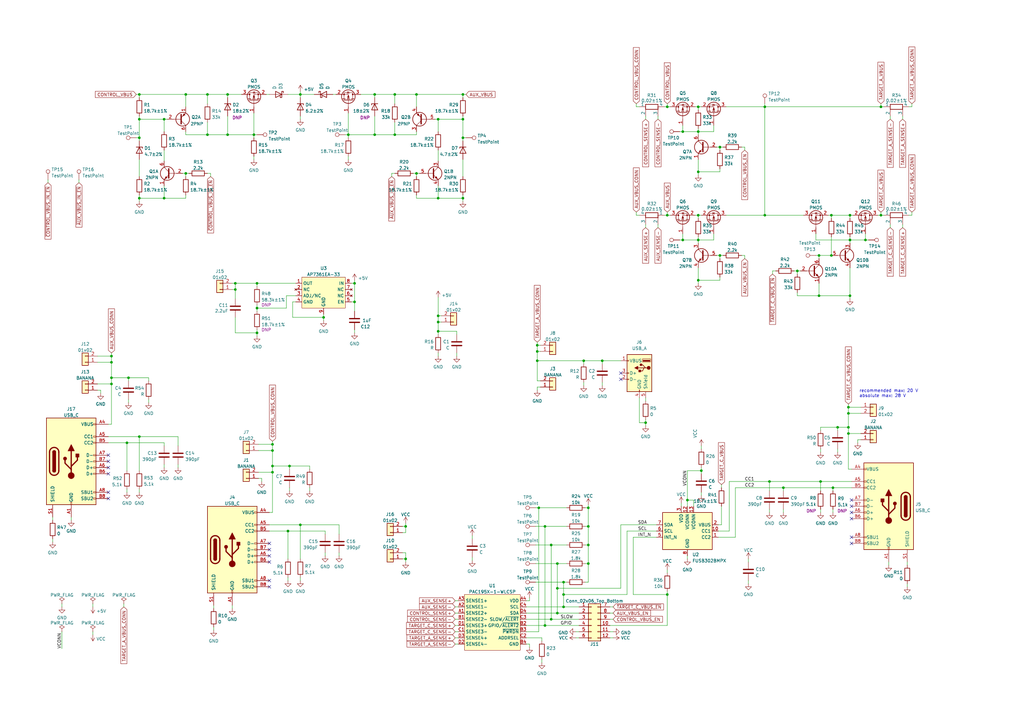
<source format=kicad_sch>
(kicad_sch (version 20211123) (generator eeschema)
  (paper "A3")
  (title_block (date "2023-02-12"))
  (junction (at 170.815 71.12))
  (junction (at 57.15 56.515))
  (junction (at 336.55 197.485))
  (junction (at 220.345 147.955))
  (junction (at 231.14 243.84))
  (junction (at 179.705 132.08))
  (junction (at 85.09 38.735))
  (junction (at 348.615 98.425))
  (junction (at 179.705 129.54))
  (junction (at 347.98 177.8))
  (junction (at 166.37 229.235))
  (junction (at 111.76 191.135))
  (junction (at 286.385 43.815))
  (junction (at 354.965 98.425))
  (junction (at 223.52 215.9))
  (junction (at 347.98 175.26))
  (junction (at 340.995 104.775))
  (junction (at 45.72 157.48))
  (junction (at 286.385 88.265))
  (junction (at 226.06 223.52))
  (junction (at 280.035 98.425))
  (junction (at 348.615 121.285))
  (junction (at 220.345 144.145))
  (junction (at 273.685 43.815))
  (junction (at 93.345 55.245))
  (junction (at 228.6 231.14))
  (junction (at 57.15 179.07))
  (junction (at 179.705 48.895))
  (junction (at 220.98 208.28))
  (junction (at 76.2 38.735))
  (junction (at 295.275 60.325))
  (junction (at 96.52 118.745))
  (junction (at 111.76 193.675))
  (junction (at 123.19 215.265))
  (junction (at 347.98 169.545))
  (junction (at 335.915 121.285))
  (junction (at 153.67 55.245))
  (junction (at 286.385 114.935))
  (junction (at 286.385 53.975))
  (junction (at 321.31 200.025))
  (junction (at 145.415 123.825))
  (junction (at 57.15 81.28))
  (junction (at 228.6 241.3))
  (junction (at 347.98 167.005))
  (junction (at 313.69 88.265))
  (junction (at 220.345 141.605))
  (junction (at 123.19 38.735))
  (junction (at 231.14 238.76))
  (junction (at 313.69 43.815))
  (junction (at 104.14 55.245))
  (junction (at 161.925 55.245))
  (junction (at 45.72 148.59))
  (junction (at 189.865 81.28))
  (junction (at 343.535 175.26))
  (junction (at 161.925 38.735))
  (junction (at 67.31 81.28))
  (junction (at 105.41 116.205))
  (junction (at 241.3 231.14))
  (junction (at 239.395 147.955))
  (junction (at 223.52 256.54))
  (junction (at 189.865 48.895))
  (junction (at 295.275 104.775))
  (junction (at 118.11 217.805))
  (junction (at 111.76 184.785))
  (junction (at 247.015 147.955))
  (junction (at 179.705 81.28))
  (junction (at 189.865 38.735))
  (junction (at 287.655 193.04))
  (junction (at 111.76 182.245))
  (junction (at 67.31 48.895))
  (junction (at 170.815 38.735))
  (junction (at 179.705 135.89))
  (junction (at 228.6 251.46))
  (junction (at 142.875 55.245))
  (junction (at 327.025 111.125))
  (junction (at 226.06 254))
  (junction (at 280.035 53.975))
  (junction (at 52.705 154.94))
  (junction (at 105.41 136.525))
  (junction (at 105.41 126.365))
  (junction (at 281.94 205.105))
  (junction (at 241.3 215.9))
  (junction (at 45.72 154.94))
  (junction (at 264.795 173.355))
  (junction (at 340.995 88.265))
  (junction (at 361.315 43.815))
  (junction (at 132.715 130.175))
  (junction (at 166.37 215.9))
  (junction (at 145.415 116.205))
  (junction (at 335.915 104.775))
  (junction (at 45.72 146.05))
  (junction (at 76.2 71.12))
  (junction (at 341.63 200.025))
  (junction (at 241.3 208.28))
  (junction (at 231.14 248.92))
  (junction (at 315.595 197.485))
  (junction (at 273.685 243.84))
  (junction (at 348.615 88.265))
  (junction (at 57.15 38.735))
  (junction (at 286.385 70.485))
  (junction (at 153.67 38.735))
  (junction (at 361.315 88.265))
  (junction (at 286.385 98.425))
  (junction (at 241.3 223.52))
  (junction (at 189.865 56.515))
  (junction (at 85.09 55.245))
  (junction (at 52.07 181.61))
  (junction (at 96.52 116.205))
  (junction (at 93.345 38.735))
  (junction (at 57.15 48.895))
  (junction (at 118.745 191.135))
  (junction (at 273.685 88.265))
  (no_connect (at 44.45 194.31))
  (no_connect (at 110.49 225.425))
  (no_connect (at 44.45 204.47))
  (no_connect (at 349.25 205.105))
  (no_connect (at 110.49 238.125))
  (no_connect (at 349.25 220.345))
  (no_connect (at 44.45 191.77))
  (no_connect (at 110.49 230.505))
  (no_connect (at 349.25 212.725))
  (no_connect (at 110.49 222.885))
  (no_connect (at 254.635 153.035))
  (no_connect (at 349.25 207.645))
  (no_connect (at 44.45 189.23))
  (no_connect (at 349.25 222.885))
  (no_connect (at 110.49 227.965))
  (no_connect (at 44.45 186.69))
  (no_connect (at 349.25 210.185))
  (no_connect (at 110.49 240.665))
  (no_connect (at 44.45 201.93))
  (no_connect (at 254.635 155.575))
  (wire (pts (xy 123.19 236.855) (xy 123.19 238.125)))
  (wire (pts (xy 67.31 76.2) (xy 67.31 81.28)))
  (wire (pts (xy 335.915 106.045) (xy 335.915 104.775)))
  (wire (pts (xy 57.15 81.28) (xy 57.15 82.55)))
  (wire (pts (xy 264.795 173.355) (xy 264.795 174.625)))
  (wire (pts (xy 348.615 109.855) (xy 348.615 121.285)))
  (wire (pts (xy 50.8 247.65) (xy 50.8 248.92)))
  (wire (pts (xy 336.55 197.485) (xy 315.595 197.485)))
  (wire (pts (xy 105.41 126.365) (xy 117.475 126.365)))
  (wire (pts (xy 45.72 157.48) (xy 45.72 154.94)))
  (wire (pts (xy 295.275 60.325) (xy 296.545 60.325)))
  (wire (pts (xy 273.685 86.995) (xy 273.685 88.265)))
  (wire (pts (xy 93.345 47.625) (xy 93.345 55.245)))
  (wire (pts (xy 111.76 184.785) (xy 111.76 182.245)))
  (wire (pts (xy 241.3 231.14) (xy 241.3 238.76)))
  (wire (pts (xy 306.959 229.235) (xy 306.959 230.505)))
  (wire (pts (xy 370.205 48.895) (xy 370.205 47.625)))
  (wire (pts (xy 219.71 215.9) (xy 223.52 215.9)))
  (wire (pts (xy 220.345 141.605) (xy 221.615 141.605)))
  (wire (pts (xy 295.275 70.485) (xy 286.385 70.485)))
  (wire (pts (xy 193.675 219.71) (xy 193.675 220.98)))
  (wire (pts (xy 187.325 144.78) (xy 187.325 146.05)))
  (wire (pts (xy 67.31 66.04) (xy 67.31 61.595)))
  (wire (pts (xy 179.705 135.89) (xy 179.705 137.16)))
  (wire (pts (xy 278.765 98.425) (xy 280.035 98.425)))
  (wire (pts (xy 73.025 179.07) (xy 73.025 182.88)))
  (wire (pts (xy 228.6 231.14) (xy 228.6 241.3)))
  (wire (pts (xy 257.175 217.805) (xy 269.24 217.805)))
  (wire (pts (xy 118.745 192.405) (xy 118.745 191.135)))
  (wire (pts (xy 57.15 179.07) (xy 57.15 193.04)))
  (wire (pts (xy 220.98 208.28) (xy 220.98 259.08)))
  (wire (pts (xy 336.55 208.915) (xy 336.55 210.185)))
  (wire (pts (xy 118.11 229.235) (xy 118.11 217.805)))
  (wire (pts (xy 241.3 207.01) (xy 241.3 208.28)))
  (wire (pts (xy 189.865 56.515) (xy 189.865 48.895)))
  (wire (pts (xy 86.36 71.12) (xy 86.36 72.39)))
  (wire (pts (xy 287.655 191.77) (xy 287.655 193.04)))
  (wire (pts (xy 250.19 256.54) (xy 273.685 256.54)))
  (wire (pts (xy 219.71 238.76) (xy 231.14 238.76)))
  (wire (pts (xy 348.615 121.285) (xy 348.615 122.555)))
  (wire (pts (xy 329.565 88.265) (xy 313.69 88.265)))
  (wire (pts (xy 316.865 111.125) (xy 318.135 111.125)))
  (wire (pts (xy 123.19 38.735) (xy 123.19 37.465)))
  (wire (pts (xy 105.41 116.205) (xy 121.285 116.205)))
  (wire (pts (xy 179.705 53.975) (xy 179.705 48.895)))
  (wire (pts (xy 117.475 121.285) (xy 121.285 121.285)))
  (wire (pts (xy 254.635 147.955) (xy 247.015 147.955)))
  (wire (pts (xy 241.3 223.52) (xy 241.3 231.14)))
  (wire (pts (xy 264.795 163.195) (xy 264.795 164.465)))
  (wire (pts (xy 321.31 201.295) (xy 321.31 200.025)))
  (wire (pts (xy 44.45 179.07) (xy 57.15 179.07)))
  (wire (pts (xy 57.15 57.785) (xy 57.15 56.515)))
  (wire (pts (xy 262.255 173.355) (xy 264.795 173.355)))
  (wire (pts (xy 142.875 55.245) (xy 142.875 46.355)))
  (wire (pts (xy 215.9 248.92) (xy 231.14 248.92)))
  (wire (pts (xy 76.2 80.01) (xy 76.2 81.28)))
  (wire (pts (xy 123.19 38.735) (xy 128.905 38.735)))
  (wire (pts (xy 295.275 61.595) (xy 295.275 60.325)))
  (wire (pts (xy 232.41 208.28) (xy 220.98 208.28)))
  (wire (pts (xy 250.19 254) (xy 251.46 254)))
  (wire (pts (xy 220.345 140.335) (xy 220.345 141.605)))
  (wire (pts (xy 52.07 181.61) (xy 67.31 181.61)))
  (wire (pts (xy 93.345 55.245) (xy 104.14 55.245)))
  (wire (pts (xy 85.09 38.735) (xy 76.2 38.735)))
  (wire (pts (xy 295.275 114.935) (xy 286.385 114.935)))
  (wire (pts (xy 347.98 169.545) (xy 347.98 175.26)))
  (wire (pts (xy 223.52 256.54) (xy 237.49 256.54)))
  (wire (pts (xy 313.69 43.815) (xy 361.315 43.815)))
  (wire (pts (xy 348.615 98.425) (xy 348.615 99.695)))
  (wire (pts (xy 187.96 256.54) (xy 186.69 256.54)))
  (wire (pts (xy 106.045 184.785) (xy 111.76 184.785)))
  (wire (pts (xy 341.63 208.915) (xy 341.63 210.185)))
  (wire (pts (xy 55.88 56.515) (xy 57.15 56.515)))
  (wire (pts (xy 170.815 53.975) (xy 170.815 55.245)))
  (wire (pts (xy 232.41 231.14) (xy 228.6 231.14)))
  (wire (pts (xy 220.345 144.145) (xy 221.615 144.145)))
  (wire (pts (xy 104.14 55.245) (xy 104.14 46.355)))
  (wire (pts (xy 334.645 104.775) (xy 335.915 104.775)))
  (wire (pts (xy 273.685 88.265) (xy 272.415 88.265)))
  (wire (pts (xy 361.315 43.815) (xy 362.585 43.815)))
  (wire (pts (xy 356.235 98.425) (xy 354.965 98.425)))
  (wire (pts (xy 93.345 38.735) (xy 99.06 38.735)))
  (wire (pts (xy 132.715 128.905) (xy 132.715 130.175)))
  (wire (pts (xy 316.865 112.395) (xy 316.865 111.125)))
  (wire (pts (xy 286.385 55.245) (xy 286.385 53.975)))
  (wire (pts (xy 120.015 123.825) (xy 120.015 130.175)))
  (wire (pts (xy 165.1 229.235) (xy 166.37 229.235)))
  (wire (pts (xy 370.205 93.345) (xy 370.205 92.075)))
  (wire (pts (xy 111.76 210.185) (xy 111.76 193.675)))
  (wire (pts (xy 76.2 72.39) (xy 76.2 71.12)))
  (wire (pts (xy 96.52 116.205) (xy 95.25 116.205)))
  (wire (pts (xy 279.4 206.375) (xy 279.4 207.645)))
  (wire (pts (xy 105.41 55.245) (xy 104.14 55.245)))
  (wire (pts (xy 274.955 88.265) (xy 273.685 88.265)))
  (wire (pts (xy 45.72 146.05) (xy 45.72 144.78)))
  (wire (pts (xy 364.49 230.505) (xy 364.49 231.775)))
  (wire (pts (xy 220.345 141.605) (xy 220.345 144.145)))
  (wire (pts (xy 336.55 175.26) (xy 343.535 175.26)))
  (wire (pts (xy 273.685 243.84) (xy 259.715 243.84)))
  (wire (pts (xy 139.065 227.965) (xy 139.065 226.695)))
  (wire (pts (xy 286.385 98.425) (xy 286.385 99.695)))
  (wire (pts (xy 228.6 241.3) (xy 254.635 241.3)))
  (wire (pts (xy 240.03 208.28) (xy 241.3 208.28)))
  (wire (pts (xy 85.09 71.12) (xy 86.36 71.12)))
  (wire (pts (xy 240.03 215.9) (xy 241.3 215.9)))
  (wire (pts (xy 348.615 98.425) (xy 348.615 97.155)))
  (wire (pts (xy 170.815 72.39) (xy 170.815 71.12)))
  (wire (pts (xy 67.31 181.61) (xy 67.31 182.88)))
  (wire (pts (xy 57.15 48.895) (xy 57.15 47.625)))
  (wire (pts (xy 280.035 95.885) (xy 280.035 98.425)))
  (wire (pts (xy 189.865 57.785) (xy 189.865 56.515)))
  (wire (pts (xy 232.41 238.76) (xy 231.14 238.76)))
  (wire (pts (xy 166.37 229.235) (xy 166.37 230.505)))
  (wire (pts (xy 286.385 70.485) (xy 286.385 65.405)))
  (wire (pts (xy 315.595 197.485) (xy 299.085 197.485)))
  (wire (pts (xy 347.98 167.005) (xy 347.98 169.545)))
  (wire (pts (xy 313.69 42.545) (xy 313.69 43.815)))
  (wire (pts (xy 186.69 264.16) (xy 187.96 264.16)))
  (wire (pts (xy 287.655 193.04) (xy 281.94 193.04)))
  (wire (pts (xy 306.959 238.125) (xy 306.959 239.395)))
  (wire (pts (xy 280.035 53.975) (xy 280.035 51.435)))
  (wire (pts (xy 189.865 56.515) (xy 191.135 56.515)))
  (wire (pts (xy 187.96 261.62) (xy 186.69 261.62)))
  (wire (pts (xy 372.11 230.505) (xy 372.11 231.775)))
  (wire (pts (xy 294.005 104.775) (xy 295.275 104.775)))
  (wire (pts (xy 186.69 251.46) (xy 187.96 251.46)))
  (wire (pts (xy 278.765 53.975) (xy 280.035 53.975)))
  (wire (pts (xy 260.985 43.815) (xy 262.255 43.815)))
  (wire (pts (xy 38.1 259.08) (xy 38.1 260.35)))
  (wire (pts (xy 153.67 47.625) (xy 153.67 55.245)))
  (wire (pts (xy 347.98 165.735) (xy 347.98 167.005)))
  (wire (pts (xy 161.925 42.545) (xy 161.925 38.735)))
  (wire (pts (xy 170.815 55.245) (xy 161.925 55.245)))
  (wire (pts (xy 118.11 236.855) (xy 118.11 238.125)))
  (wire (pts (xy 189.865 81.28) (xy 179.705 81.28)))
  (wire (pts (xy 280.035 98.425) (xy 286.385 98.425)))
  (wire (pts (xy 106.045 196.215) (xy 107.315 196.215)))
  (wire (pts (xy 264.795 93.345) (xy 264.795 92.075)))
  (wire (pts (xy 273.685 43.815) (xy 274.955 43.815)))
  (wire (pts (xy 286.385 116.205) (xy 286.385 114.935)))
  (wire (pts (xy 313.69 88.265) (xy 297.815 88.265)))
  (wire (pts (xy 144.145 123.825) (xy 145.415 123.825)))
  (wire (pts (xy 365.125 92.075) (xy 365.125 93.345)))
  (wire (pts (xy 170.815 71.12) (xy 169.545 71.12)))
  (wire (pts (xy 170.815 38.735) (xy 189.865 38.735)))
  (wire (pts (xy 374.015 88.265) (xy 374.015 86.995)))
  (wire (pts (xy 327.025 120.015) (xy 327.025 121.285)))
  (wire (pts (xy 145.415 127.635) (xy 145.415 123.825)))
  (wire (pts (xy 52.07 200.66) (xy 52.07 201.93)))
  (wire (pts (xy 118.745 191.135) (xy 111.76 191.135)))
  (wire (pts (xy 52.705 154.94) (xy 60.96 154.94)))
  (wire (pts (xy 372.745 88.265) (xy 374.015 88.265)))
  (wire (pts (xy 57.15 80.01) (xy 57.15 81.28)))
  (wire (pts (xy 327.025 111.125) (xy 328.295 111.125)))
  (wire (pts (xy 231.14 248.92) (xy 237.49 248.92)))
  (wire (pts (xy 161.925 38.735) (xy 153.67 38.735)))
  (wire (pts (xy 374.015 43.815) (xy 372.745 43.815)))
  (wire (pts (xy 236.22 259.08) (xy 237.49 259.08)))
  (wire (pts (xy 232.41 215.9) (xy 223.52 215.9)))
  (wire (pts (xy 189.865 48.895) (xy 189.865 47.625)))
  (wire (pts (xy 286.385 53.975) (xy 292.735 53.975)))
  (wire (pts (xy 361.315 43.815) (xy 361.315 42.545)))
  (wire (pts (xy 273.685 234.95) (xy 273.685 233.68)))
  (wire (pts (xy 117.475 126.365) (xy 117.475 121.285)))
  (wire (pts (xy 85.09 55.245) (xy 93.345 55.245)))
  (wire (pts (xy 272.415 43.815) (xy 273.685 43.815)))
  (wire (pts (xy 304.165 60.325) (xy 305.435 60.325)))
  (wire (pts (xy 96.52 118.745) (xy 96.52 122.555)))
  (wire (pts (xy 292.735 98.425) (xy 292.735 95.885)))
  (wire (pts (xy 222.25 270.51) (xy 222.25 271.78)))
  (wire (pts (xy 264.795 172.085) (xy 264.795 173.355)))
  (wire (pts (xy 228.6 241.3) (xy 228.6 251.46)))
  (wire (pts (xy 96.52 136.525) (xy 96.52 130.175)))
  (wire (pts (xy 259.715 220.345) (xy 269.24 220.345)))
  (wire (pts (xy 226.06 223.52) (xy 226.06 254)))
  (wire (pts (xy 354.965 95.885) (xy 354.965 98.425)))
  (wire (pts (xy 336.55 175.26) (xy 336.55 176.53)))
  (wire (pts (xy 123.19 47.625) (xy 123.19 48.895)))
  (wire (pts (xy 250.19 248.92) (xy 251.46 248.92)))
  (wire (pts (xy 29.21 212.09) (xy 29.21 213.36)))
  (wire (pts (xy 220.345 147.955) (xy 220.345 156.21)))
  (wire (pts (xy 142.875 56.515) (xy 142.875 55.245)))
  (wire (pts (xy 25.4 266.065) (xy 25.4 259.08)))
  (wire (pts (xy 165.1 215.9) (xy 166.37 215.9)))
  (wire (pts (xy 74.93 71.12) (xy 76.2 71.12)))
  (wire (pts (xy 52.705 156.21) (xy 52.705 154.94)))
  (wire (pts (xy 286.385 88.265) (xy 287.655 88.265)))
  (wire (pts (xy 353.06 167.005) (xy 347.98 167.005)))
  (wire (pts (xy 166.37 226.695) (xy 166.37 229.235)))
  (wire (pts (xy 297.815 43.815) (xy 313.69 43.815)))
  (wire (pts (xy 57.15 56.515) (xy 57.15 48.895)))
  (wire (pts (xy 179.705 144.78) (xy 179.705 146.05)))
  (wire (pts (xy 153.67 55.245) (xy 142.875 55.245)))
  (wire (pts (xy 44.45 173.99) (xy 45.72 173.99)))
  (wire (pts (xy 343.535 184.15) (xy 343.535 185.42)))
  (wire (pts (xy 109.22 38.735) (xy 110.49 38.735)))
  (wire (pts (xy 294.64 217.805) (xy 299.085 217.805)))
  (wire (pts (xy 25.4 248.92) (xy 25.4 247.65)))
  (wire (pts (xy 41.275 160.02) (xy 41.275 161.29)))
  (wire (pts (xy 215.9 251.46) (xy 228.6 251.46)))
  (wire (pts (xy 67.31 190.5) (xy 67.31 191.77)))
  (wire (pts (xy 219.71 231.14) (xy 228.6 231.14)))
  (wire (pts (xy 85.09 42.545) (xy 85.09 38.735)))
  (wire (pts (xy 166.37 215.9) (xy 166.37 218.44)))
  (wire (pts (xy 170.815 38.735) (xy 170.815 43.815)))
  (wire (pts (xy 45.72 173.99) (xy 45.72 157.48)))
  (wire (pts (xy 123.19 215.265) (xy 123.19 229.235)))
  (wire (pts (xy 104.14 65.405) (xy 104.14 64.135)))
  (wire (pts (xy 286.385 71.755) (xy 286.385 70.485)))
  (wire (pts (xy 105.41 136.525) (xy 105.41 135.255)))
  (wire (pts (xy 52.705 154.94) (xy 45.72 154.94)))
  (wire (pts (xy 141.605 55.245) (xy 142.875 55.245)))
  (wire (pts (xy 321.31 200.025) (xy 341.63 200.025)))
  (wire (pts (xy 73.025 191.77) (xy 73.025 190.5)))
  (wire (pts (xy 260.985 42.545) (xy 260.985 43.815)))
  (wire (pts (xy 123.19 38.735) (xy 123.19 40.005)))
  (wire (pts (xy 179.705 76.2) (xy 179.705 81.28)))
  (wire (pts (xy 226.06 254) (xy 237.49 254)))
  (wire (pts (xy 67.31 53.975) (xy 67.31 48.895)))
  (wire (pts (xy 286.385 114.935) (xy 286.385 109.855)))
  (wire (pts (xy 170.815 81.28) (xy 179.705 81.28)))
  (wire (pts (xy 111.76 182.245) (xy 111.76 180.975)))
  (wire (pts (xy 360.045 88.265) (xy 361.315 88.265)))
  (wire (pts (xy 254.635 241.3) (xy 254.635 215.265)))
  (wire (pts (xy 139.065 215.265) (xy 139.065 219.075)))
  (wire (pts (xy 348.615 88.265) (xy 348.615 89.535)))
  (wire (pts (xy 118.745 191.135) (xy 127 191.135)))
  (wire (pts (xy 178.435 48.895) (xy 179.705 48.895)))
  (wire (pts (xy 351.79 180.34) (xy 351.79 181.61)))
  (wire (pts (xy 232.41 223.52) (xy 226.06 223.52)))
  (wire (pts (xy 295.275 106.045) (xy 295.275 104.775)))
  (wire (pts (xy 250.19 251.46) (xy 251.46 251.46)))
  (wire (pts (xy 361.315 88.265) (xy 361.315 86.995)))
  (wire (pts (xy 348.615 88.265) (xy 340.995 88.265)))
  (wire (pts (xy 273.685 242.57) (xy 273.685 243.84)))
  (wire (pts (xy 142.875 65.405) (xy 142.875 64.135)))
  (wire (pts (xy 165.1 226.695) (xy 166.37 226.695)))
  (wire (pts (xy 236.22 261.62) (xy 237.49 261.62)))
  (wire (pts (xy 21.59 212.09) (xy 21.59 213.36)))
  (wire (pts (xy 40.005 146.05) (xy 45.72 146.05)))
  (wire (pts (xy 57.15 179.07) (xy 73.025 179.07)))
  (wire (pts (xy 217.17 246.38) (xy 215.9 246.38)))
  (wire (pts (xy 85.09 50.165) (xy 85.09 55.245)))
  (wire (pts (xy 87.63 257.175) (xy 87.63 258.445)))
  (wire (pts (xy 161.925 55.245) (xy 153.67 55.245)))
  (wire (pts (xy 179.705 66.04) (xy 179.705 61.595)))
  (wire (pts (xy 187.325 135.89) (xy 179.705 135.89)))
  (wire (pts (xy 145.415 116.205) (xy 144.145 116.205)))
  (wire (pts (xy 57.15 200.66) (xy 57.15 201.93)))
  (wire (pts (xy 269.875 47.625) (xy 269.875 48.895)))
  (wire (pts (xy 239.395 156.845) (xy 239.395 158.115)))
  (wire (pts (xy 222.25 261.62) (xy 222.25 262.89)))
  (wire (pts (xy 286.385 53.975) (xy 286.385 52.705)))
  (wire (pts (xy 269.875 92.075) (xy 269.875 93.345)))
  (wire (pts (xy 315.595 197.485) (xy 315.595 201.295)))
  (wire (pts (xy 354.965 98.425) (xy 348.615 98.425)))
  (wire (pts (xy 301.625 200.025) (xy 321.31 200.025)))
  (wire (pts (xy 172.085 71.12) (xy 170.815 71.12)))
  (wire (pts (xy 220.345 156.21) (xy 221.615 156.21)))
  (wire (pts (xy 179.705 48.895) (xy 189.865 48.895)))
  (wire (pts (xy 127 191.135) (xy 127 192.405)))
  (wire (pts (xy 336.55 184.15) (xy 336.55 185.42)))
  (wire (pts (xy 189.865 38.735) (xy 189.865 40.005)))
  (wire (pts (xy 284.48 207.645) (xy 284.48 205.105)))
  (wire (pts (xy 32.385 73.66) (xy 32.385 74.93)))
  (wire (pts (xy 107.315 196.215) (xy 107.315 197.485)))
  (wire (pts (xy 239.395 147.955) (xy 220.345 147.955)))
  (wire (pts (xy 193.675 228.6) (xy 193.675 229.87)))
  (wire (pts (xy 76.2 71.12) (xy 77.47 71.12)))
  (wire (pts (xy 347.98 192.405) (xy 347.98 177.8)))
  (wire (pts (xy 215.9 254) (xy 226.06 254)))
  (wire (pts (xy 67.31 48.895) (xy 57.15 48.895)))
  (wire (pts (xy 257.175 243.84) (xy 257.175 217.805)))
  (wire (pts (xy 40.005 157.48) (xy 45.72 157.48)))
  (wire (pts (xy 179.705 129.54) (xy 180.975 129.54)))
  (wire (pts (xy 286.385 43.815) (xy 287.655 43.815)))
  (wire (pts (xy 341.63 201.295) (xy 341.63 200.025)))
  (wire (pts (xy 353.06 169.545) (xy 347.98 169.545)))
  (wire (pts (xy 250.19 261.62) (xy 251.46 261.62)))
  (wire (pts (xy 295.275 69.215) (xy 295.275 70.485)))
  (wire (pts (xy 161.925 38.735) (xy 170.815 38.735)))
  (wire (pts (xy 340.995 89.535) (xy 340.995 88.265)))
  (wire (pts (xy 231.14 243.84) (xy 257.175 243.84)))
  (wire (pts (xy 250.19 259.08) (xy 251.46 259.08)))
  (wire (pts (xy 335.915 116.205) (xy 335.915 121.285)))
  (wire (pts (xy 189.865 80.01) (xy 189.865 81.28)))
  (wire (pts (xy 286.385 45.085) (xy 286.385 43.815)))
  (wire (pts (xy 254.635 215.265) (xy 269.24 215.265)))
  (wire (pts (xy 349.885 88.265) (xy 348.615 88.265)))
  (wire (pts (xy 334.645 98.425) (xy 334.645 95.885)))
  (wire (pts (xy 45.72 148.59) (xy 45.72 146.05)))
  (wire (pts (xy 153.67 38.735) (xy 147.955 38.735)))
  (wire (pts (xy 215.9 256.54) (xy 223.52 256.54)))
  (wire (pts (xy 76.2 81.28) (xy 67.31 81.28)))
  (wire (pts (xy 111.76 191.135) (xy 111.76 184.785)))
  (wire (pts (xy 240.03 231.14) (xy 241.3 231.14)))
  (wire (pts (xy 285.115 88.265) (xy 286.385 88.265)))
  (wire (pts (xy 21.59 220.98) (xy 21.59 222.25)))
  (wire (pts (xy 341.63 200.025) (xy 349.25 200.025)))
  (wire (pts (xy 220.345 158.75) (xy 220.345 160.02)))
  (wire (pts (xy 340.995 88.265) (xy 339.725 88.265)))
  (wire (pts (xy 281.94 205.105) (xy 281.94 207.645)))
  (wire (pts (xy 186.69 259.08) (xy 187.96 259.08)))
  (wire (pts (xy 118.11 217.805) (xy 133.35 217.805)))
  (wire (pts (xy 273.685 43.815) (xy 273.685 42.545)))
  (wire (pts (xy 273.685 256.54) (xy 273.685 243.84)))
  (wire (pts (xy 335.915 104.775) (xy 340.995 104.775)))
  (wire (pts (xy 292.735 53.975) (xy 292.735 51.435)))
  (wire (pts (xy 110.49 215.265) (xy 123.19 215.265)))
  (wire (pts (xy 228.6 251.46) (xy 237.49 251.46)))
  (wire (pts (xy 336.55 197.485) (xy 336.55 201.295)))
  (wire (pts (xy 301.625 220.345) (xy 301.625 200.025)))
  (wire (pts (xy 145.415 135.255) (xy 145.415 136.525)))
  (wire (pts (xy 231.14 243.84) (xy 231.14 248.92)))
  (wire (pts (xy 96.52 116.205) (xy 105.41 116.205)))
  (wire (pts (xy 247.015 147.955) (xy 239.395 147.955)))
  (wire (pts (xy 217.17 264.16) (xy 217.17 265.43)))
  (wire (pts (xy 96.52 136.525) (xy 105.41 136.525)))
  (wire (pts (xy 294.005 60.325) (xy 295.275 60.325)))
  (wire (pts (xy 315.595 208.915) (xy 315.595 210.185)))
  (wire (pts (xy 348.615 98.425) (xy 334.645 98.425)))
  (wire (pts (xy 87.63 248.285) (xy 87.63 249.555)))
  (wire (pts (xy 106.045 182.245) (xy 111.76 182.245)))
  (wire (pts (xy 19.685 73.66) (xy 19.685 74.93)))
  (wire (pts (xy 153.67 40.005) (xy 153.67 38.735)))
  (wire (pts (xy 179.705 129.54) (xy 179.705 132.08)))
  (wire (pts (xy 327.025 111.125) (xy 327.025 112.395)))
  (wire (pts (xy 179.705 132.08) (xy 180.975 132.08)))
  (wire (pts (xy 239.395 147.955) (xy 239.395 149.225)))
  (wire (pts (xy 186.69 246.38) (xy 187.96 246.38)))
  (wire (pts (xy 85.09 38.735) (xy 93.345 38.735)))
  (wire (pts (xy 262.255 163.195) (xy 262.255 173.355)))
  (wire (pts (xy 231.14 238.76) (xy 231.14 243.84)))
  (wire (pts (xy 145.415 123.825) (xy 145.415 116.205)))
  (wire (pts (xy 287.655 201.93) (xy 287.655 203.2)))
  (wire (pts (xy 68.58 48.895) (xy 67.31 48.895)))
  (wire (pts (xy 313.69 88.265) (xy 313.69 43.815)))
  (wire (pts (xy 179.705 121.92) (xy 179.705 129.54)))
  (wire (pts (xy 187.96 248.92) (xy 186.69 248.92)))
  (wire (pts (xy 340.995 104.775) (xy 340.995 97.155)))
  (wire (pts (xy 241.3 215.9) (xy 241.3 223.52)))
  (wire (pts (xy 361.315 88.265) (xy 362.585 88.265)))
  (wire (pts (xy 295.91 198.755) (xy 295.91 200.025)))
  (wire (pts (xy 286.385 98.425) (xy 286.385 97.155)))
  (wire (pts (xy 166.37 215.9) (xy 166.37 214.63)))
  (wire (pts (xy 259.715 243.84) (xy 259.715 220.345)))
  (wire (pts (xy 219.71 223.52) (xy 226.06 223.52)))
  (wire (pts (xy 365.125 47.625) (xy 365.125 48.895)))
  (wire (pts (xy 118.745 200.025) (xy 118.745 201.295)))
  (wire (pts (xy 220.345 144.145) (xy 220.345 147.955)))
  (wire (pts (xy 285.115 43.815) (xy 286.385 43.815)))
  (wire (pts (xy 374.015 43.815) (xy 374.015 42.545)))
  (wire (pts (xy 127 200.025) (xy 127 201.295)))
  (wire (pts (xy 335.915 121.285) (xy 348.615 121.285)))
  (wire (pts (xy 294.64 220.345) (xy 301.625 220.345)))
  (wire (pts (xy 294.64 215.265) (xy 295.91 215.265)))
  (wire (pts (xy 372.11 239.395) (xy 372.11 240.665)))
  (wire (pts (xy 284.48 205.105) (xy 281.94 205.105)))
  (wire (pts (xy 321.31 210.185) (xy 321.31 208.915)))
  (wire (pts (xy 247.015 156.845) (xy 247.015 158.115)))
  (wire (pts (xy 219.71 208.28) (xy 220.98 208.28)))
  (wire (pts (xy 106.045 193.675) (xy 111.76 193.675)))
  (wire (pts (xy 110.49 210.185) (xy 111.76 210.185)))
  (wire (pts (xy 121.285 123.825) (xy 120.015 123.825)))
  (wire (pts (xy 55.88 38.735) (xy 57.15 38.735)))
  (wire (pts (xy 76.2 38.735) (xy 57.15 38.735)))
  (wire (pts (xy 343.535 175.26) (xy 347.98 175.26)))
  (wire (pts (xy 111.76 193.675) (xy 111.76 191.135)))
  (wire (pts (xy 347.98 175.26) (xy 347.98 177.8)))
  (wire (pts (xy 170.815 80.01) (xy 170.815 81.28)))
  (wire (pts (xy 179.705 132.08) (xy 179.705 135.89)))
  (wire (pts (xy 287.655 182.88) (xy 287.655 184.15)))
  (wire (pts (xy 305.435 106.045) (xy 305.435 104.775)))
  (wire (pts (xy 215.9 261.62) (xy 222.25 261.62)))
  (wire (pts (xy 104.14 56.515) (xy 104.14 55.245)))
  (wire (pts (xy 57.15 65.405) (xy 57.15 72.39)))
  (wire (pts (xy 349.25 197.485) (xy 336.55 197.485)))
  (wire (pts (xy 281.94 229.235) (xy 281.94 227.965)))
  (wire (pts (xy 76.2 38.735) (xy 76.2 43.815)))
  (wire (pts (xy 327.025 121.285) (xy 335.915 121.285)))
  (wire (pts (xy 45.72 154.94) (xy 45.72 148.59)))
  (wire (pts (xy 295.91 215.265) (xy 295.91 207.645)))
  (wire (pts (xy 60.96 154.94) (xy 60.96 156.21)))
  (wire (pts (xy 247.015 149.225) (xy 247.015 147.955)))
  (wire (pts (xy 52.07 193.04) (xy 52.07 181.61)))
  (wire (pts (xy 105.41 125.095) (xy 105.41 126.365)))
  (wire (pts (xy 52.705 163.83) (xy 52.705 165.1)))
  (wire (pts (xy 60.96 163.83) (xy 60.96 165.1)))
  (wire (pts (xy 241.3 208.28) (xy 241.3 215.9)))
  (wire (pts (xy 286.385 53.975) (xy 280.035 53.975)))
  (wire (pts (xy 57.15 81.28) (xy 67.31 81.28)))
  (wire (pts (xy 145.415 114.935) (xy 145.415 116.205)))
  (wire (pts (xy 215.9 264.16) (xy 217.17 264.16)))
  (wire (pts (xy 187.96 254) (xy 186.69 254)))
  (wire (pts (xy 187.325 137.16) (xy 187.325 135.89)))
  (wire (pts (xy 40.005 160.02) (xy 41.275 160.02)))
  (wire (pts (xy 295.275 113.665) (xy 295.275 114.935)))
  (wire (pts (xy 281.94 193.04) (xy 281.94 205.105)))
  (wire (pts (xy 304.165 104.775) (xy 305.435 104.775)))
  (wire (pts (xy 118.11 38.735) (xy 123.19 38.735)))
  (wire (pts (xy 123.19 215.265) (xy 139.065 215.265)))
  (wire (pts (xy 137.795 38.735) (xy 136.525 38.735)))
  (wire (pts (xy 287.655 193.04) (xy 287.655 194.31)))
  (wire (pts (xy 343.535 176.53) (xy 343.535 175.26)))
  (wire (pts (xy 286.385 88.265) (xy 286.385 89.535)))
  (wire (pts (xy 76.2 53.975) (xy 76.2 55.245)))
  (wire (pts (xy 161.925 71.12) (xy 160.655 71.12)))
  (wire (pts (xy 220.98 259.08) (xy 215.9 259.08)))
  (wire (pts (xy 241.3 238.76) (xy 240.03 238.76)))
  (wire (pts (xy 57.15 38.735) (xy 57.15 40.005)))
  (wire (pts (xy 221.615 158.75) (xy 220.345 158.75)))
  (wire (pts (xy 189.865 65.405) (xy 189.865 72.39)))
  (wire (pts (xy 347.98 177.8) (xy 353.06 177.8)))
  (wire (pts (xy 305.435 60.325) (xy 305.435 61.595)))
  (wire (pts (xy 95.25 248.285) (xy 95.25 249.555)))
  (wire (pts (xy 105.41 117.475) (xy 105.41 116.205)))
  (wire (pts (xy 133.35 217.805) (xy 133.35 219.075)))
  (wire (pts (xy 262.255 88.265) (xy 260.985 88.265)))
  (wire (pts (xy 189.865 81.28) (xy 189.865 82.55)))
  (wire (pts (xy 260.985 86.995) (xy 260.985 88.265)))
  (wire (pts (xy 295.275 104.775) (xy 296.545 104.775)))
  (wire (pts (xy 96.52 118.745) (xy 95.25 118.745)))
  (wire (pts (xy 353.06 180.34) (xy 351.79 180.34)))
  (wire (pts (xy 132.715 130.175) (xy 132.715 131.445)))
  (wire (pts (xy 96.52 118.745) (xy 96.52 116.205)))
  (wire (pts (xy 40.005 148.59) (xy 45.72 148.59)))
  (wire (pts (xy 286.385 98.425) (xy 292.735 98.425)))
  (wire (pts (xy 76.2 55.245) (xy 85.09 55.245)))
  (wire (pts (xy 349.25 192.405) (xy 347.98 192.405)))
  (wire (pts (xy 133.35 226.695) (xy 133.35 227.965)))
  (wire (pts (xy 223.52 215.9) (xy 223.52 256.54)))
  (wire (pts (xy 217.17 245.11) (xy 217.17 246.38)))
  (wire (pts (xy 105.41 136.525) (xy 105.41 137.795)))
  (wire (pts (xy 118.11 217.805) (xy 110.49 217.805)))
  (wire (pts (xy 325.755 111.125) (xy 327.025 111.125)))
  (wire (pts (xy 264.795 47.625) (xy 264.795 48.895)))
  (wire (pts (xy 161.925 50.165) (xy 161.925 55.245)))
  (wire (pts (xy 160.655 71.12) (xy 160.655 72.39)))
  (wire (pts (xy 93.345 40.005) (xy 93.345 38.735)))
  (wire (pts (xy 38.1 247.65) (xy 38.1 248.92)))
  (wire (pts (xy 120.015 130.175) (xy 132.715 130.175)))
  (wire (pts (xy 240.03 223.52) (xy 241.3 223.52)))
  (wire (pts (xy 299.085 197.485) (xy 299.085 217.805)))
  (wire (pts (xy 191.135 38.735) (xy 189.865 38.735)))
  (wire (pts (xy 166.37 218.44) (xy 165.1 218.44)))
  (wire (pts (xy 52.07 181.61) (xy 44.45 181.61)))
  (wire (pts (xy 105.41 126.365) (xy 105.41 127.635)))
  (text "recommended max: 20 V\nabsolute max: 28 V" (at 352.425 163.195 0) (effects (font (size 1.27 1.27)) (justify left bottom)))
  (label "SCL" (at 261.62 217.805 0))
  (label "GPIO" (at 229.87 256.54 0))
  (label "CC2" (at 305.435 200.025 0))
  (label "VCONN" (at 281.94 199.39 90))
  (label "VCONN" (at 25.4 266.065 90))
  (label "INT_N" (at 261.62 220.345 0))
  (label "SDA" (at 261.62 215.265 0))
  (label "SLOW" (at 229.87 254 0))
  (label "CC1" (at 305.435 197.485 0))
  (global_label "CONTROL_VBUS_CONN" (shape input) (at 111.76 180.975 90) (property "Intersheet References" "${INTERSHEET_REFS}" (effects hide)))
  (global_label "AUX_VBUS_CONN" (shape input) (at 260.985 86.995 90) (property "Intersheet References" "${INTERSHEET_REFS}" (effects hide)))
  (global_label "~{TARGET_C_VBUS_EN}" (shape input) (at 251.46 248.92 0) (property "Intersheet References" "${INTERSHEET_REFS}" (effects hide)))
  (global_label "CONTROL_VBUS" (shape input) (at 273.685 42.545 90) (property "Intersheet References" "${INTERSHEET_REFS}" (effects hide)))
  (global_label "TARGET_C_SENSE+" (shape input) (at 186.69 256.54 180) (property "Intersheet References" "${INTERSHEET_REFS}" (effects hide)))
  (global_label "AUX_SENSE+" (shape input) (at 264.795 93.345 270) (property "Intersheet References" "${INTERSHEET_REFS}" (effects hide)))
  (global_label "TARGET_C_SENSE-" (shape input) (at 365.125 93.345 270) (property "Intersheet References" "${INTERSHEET_REFS}" (effects hide)))
  (global_label "AUX_VBUS_EN" (shape input) (at 305.435 106.045 270) (property "Intersheet References" "${INTERSHEET_REFS}" (effects hide)))
  (global_label "AUX_VBUS_CONN" (shape input) (at 45.72 144.78 90) (property "Intersheet References" "${INTERSHEET_REFS}" (effects hide)))
  (global_label "CONTROL_SENSE+" (shape input) (at 186.69 251.46 180) (property "Intersheet References" "${INTERSHEET_REFS}" (effects hide)))
  (global_label "CONTROL_SENSE-" (shape input) (at 186.69 254 180) (property "Intersheet References" "${INTERSHEET_REFS}" (effects hide)))
  (global_label "TARGET_C_VBUS_CONN" (shape input) (at 374.015 86.995 90) (property "Intersheet References" "${INTERSHEET_REFS}" (effects hide)))
  (global_label "CONTROL_SENSE+" (shape input) (at 264.795 48.895 270) (property "Intersheet References" "${INTERSHEET_REFS}" (effects hide)))
  (global_label "TARGET_A_VBUS_CONN" (shape input) (at 374.015 42.545 90) (property "Intersheet References" "${INTERSHEET_REFS}" (effects hide)))
  (global_label "TARGET_A_SENSE+" (shape input) (at 370.205 48.895 270) (property "Intersheet References" "${INTERSHEET_REFS}" (effects hide)))
  (global_label "TARGET_A_SENSE-" (shape input) (at 365.125 48.895 270) (property "Intersheet References" "${INTERSHEET_REFS}" (effects hide)))
  (global_label "CONTROL_VBUS_CONN" (shape input) (at 260.985 42.545 90) (property "Intersheet References" "${INTERSHEET_REFS}" (effects hide)))
  (global_label "TARGET_C_VBUS_CONN" (shape input) (at 347.98 165.735 90) (property "Intersheet References" "${INTERSHEET_REFS}" (effects hide)))
  (global_label "CONTROL_VBUS_EN" (shape input) (at 305.435 61.595 270) (property "Intersheet References" "${INTERSHEET_REFS}" (effects hide)))
  (global_label "TARGET_A_SENSE+" (shape input) (at 186.69 261.62 180) (property "Intersheet References" "${INTERSHEET_REFS}" (effects hide)))
  (global_label "AUX_VBUS" (shape input) (at 273.685 86.995 90) (property "Intersheet References" "${INTERSHEET_REFS}" (effects hide)))
  (global_label "TARGET_C_SENSE-" (shape input) (at 186.69 259.08 180) (property "Intersheet References" "${INTERSHEET_REFS}" (effects hide)))
  (global_label "TARGET_C_SENSE+" (shape input) (at 370.205 93.345 270) (property "Intersheet References" "${INTERSHEET_REFS}" (effects hide)))
  (global_label "~{TARGET_C_VBUS_EN}" (shape input) (at 316.865 112.395 270) (property "Intersheet References" "${INTERSHEET_REFS}" (effects hide)))
  (global_label "TARGET_C_VBUS" (shape input) (at 361.315 86.995 90) (property "Intersheet References" "${INTERSHEET_REFS}" (effects hide)))
  (global_label "AUX_SENSE-" (shape input) (at 269.875 93.345 270) (property "Intersheet References" "${INTERSHEET_REFS}" (effects hide)))
  (global_label "~{AUX_VBUS_IN_EN}" (shape input) (at 32.385 74.93 270) (property "Intersheet References" "${INTERSHEET_REFS}" (effects hide)))
  (global_label "CONTROL_VBUS" (shape input) (at 55.88 38.735 180) (property "Intersheet References" "${INTERSHEET_REFS}" (effects hide)))
  (global_label "AUX_SENSE-" (shape input) (at 186.69 248.92 180) (property "Intersheet References" "${INTERSHEET_REFS}" (effects hide)))
  (global_label "~{CONTROL_VBUS_IN_EN}" (shape input) (at 19.685 74.93 270) (property "Intersheet References" "${INTERSHEET_REFS}" (effects hide)))
  (global_label "CONTROL_VBUS_EN" (shape input) (at 251.46 254 0) (property "Intersheet References" "${INTERSHEET_REFS}" (effects hide)))
  (global_label "AUX_SENSE+" (shape input) (at 186.69 246.38 180) (property "Intersheet References" "${INTERSHEET_REFS}" (effects hide)))
  (global_label "TARGET_A_VBUS_CONN" (shape input) (at 220.345 140.335 90) (property "Intersheet References" "${INTERSHEET_REFS}" (effects hide)))
  (global_label "TARGET_A_VBUS" (shape input) (at 361.315 42.545 90) (property "Intersheet References" "${INTERSHEET_REFS}" (effects hide)))
  (global_label "AUX_VBUS_EN" (shape input) (at 251.46 251.46 0) (property "Intersheet References" "${INTERSHEET_REFS}" (effects hide)))
  (global_label "AUX_VBUS" (shape input) (at 191.135 38.735 0) (property "Intersheet References" "${INTERSHEET_REFS}" (effects hide)))
  (global_label "CONTROL_SENSE-" (shape input) (at 269.875 48.895 270) (property "Intersheet References" "${INTERSHEET_REFS}" (effects hide)))
  (global_label "~{CONTROL_VBUS_IN_EN}" (shape input) (at 86.36 72.39 270) (property "Intersheet References" "${INTERSHEET_REFS}" (effects hide)))
  (global_label "TARGET_A_SENSE-" (shape input) (at 186.69 264.16 180) (property "Intersheet References" "${INTERSHEET_REFS}" (effects hide)))
  (global_label "~{AUX_VBUS_IN_EN}" (shape input) (at 160.655 72.39 270) (property "Intersheet References" "${INTERSHEET_REFS}" (effects hide)))
  (global_label "TARGET_C_VBUS" (shape input) (at 295.91 198.755 90) (property "Intersheet References" "${INTERSHEET_REFS}" (effects hide)))
  (global_label "TARGET_A_VBUS_CONN" (shape input) (at 50.8 248.92 270) (property "Intersheet References" "${INTERSHEET_REFS}" (effects hide)))
  (symbol (lib_id "power:VCC") (at 306.959 229.235 0) (unit 1)
    (property "Reference" "#PWR0111" (effects hide))
    (property "Value" "VCC" (at 306.959 225.6592 0))
  )
  (symbol (lib_id "Device:C") (at 145.415 131.445 0) (mirror x) (unit 1)
    (property "Reference" "C12" (at 149.86 133.985 0))
    (property "Value" "1uF" (at 150.495 131.445 0))
    (property "Footprint" "Capacitor_SMD:C_0603_1608Metric" (effects hide))
    (property "Part Number" "GENERIC-CAP-0603-1uF" (effects hide))
    (property "Substitution" "any equivalent" (effects hide))
  )
  (symbol (lib_id "power:PWR_FLAG") (at 38.1 247.65 0) (unit 1)
    (property "Reference" "#FLG04" (effects hide))
    (property "Value" "PWR_FLAG" (at 38.1 244.0742 0))
  )
  (symbol (lib_id "Device:C") (at 52.705 160.02 0) (mirror y) (unit 1)
    (property "Reference" "C4" (at 49.784 159.1853 0) (effects (justify left)))
    (property "Value" "C" (at 49.784 161.7222 0) (effects (justify left)))
    (property "Footprint" "Capacitor_SMD:C_0402_1005Metric" (effects hide))
  )
  (symbol (lib_id "Device:R") (at 236.22 208.28 90) (mirror x) (unit 1)
    (property "Reference" "R24" (at 236.22 203.5642 90))
    (property "Value" "10k" (at 236.22 206.1011 90))
    (property "Footprint" "Resistor_SMD:R_0402_1005Metric" (effects hide))
  )
  (symbol (lib_id "power:GND") (at 107.315 197.485 0) (mirror y) (unit 1)
    (property "Reference" "#PWR05" (effects hide))
    (property "Value" "GND" (at 107.315 201.9284 0))
  )
  (symbol (lib_id "Device:C") (at 321.31 205.105 0) (unit 1)
    (property "Reference" "C9" (at 324.231 204.2703 0) (effects (justify left)))
    (property "Value" "390pF" (at 324.231 206.8072 0) (effects (justify left)))
    (property "Footprint" "Capacitor_SMD:C_0402_1005Metric" (effects hide))
  )
  (symbol (lib_id "Device:C") (at 193.675 224.79 0) (unit 1)
    (property "Reference" "C3" (at 196.596 223.9553 0) (effects (justify left)))
    (property "Value" "C" (at 196.596 226.4922 0) (effects (justify left)))
    (property "Footprint" "Capacitor_SMD:C_0402_1005Metric" (effects hide))
  )
  (symbol (lib_id "Device:R") (at 372.11 235.585 0) (unit 1)
    (property "Reference" "R11" (at 370.332 234.7503 0) (effects (justify right)))
    (property "Value" "0" (at 370.332 237.2872 0) (effects (justify right)))
    (property "Footprint" "Resistor_SMD:R_0402_1005Metric" (effects hide))
  )
  (symbol (lib_id "Device:R") (at 321.945 111.125 270) (mirror x) (unit 1)
    (property "Reference" "R42" (at 321.945 106.4092 90))
    (property "Value" "2.2k" (at 321.945 108.9461 90))
    (property "Footprint" "Resistor_SMD:R_0402_1005Metric" (effects hide))
  )
  (symbol (lib_id "power:VCC") (at 287.655 182.88 0) (unit 1)
    (property "Reference" "#PWR0105" (effects hide))
    (property "Value" "VCC" (at 285.115 177.8 90))
  )
  (symbol (lib_id "power:GND") (at 29.21 213.36 0) (mirror y) (unit 1)
    (property "Reference" "#PWR037" (effects hide))
    (property "Value" "GND" (at 29.21 217.8034 0))
  )
  (symbol (lib_id "power:VCC") (at 236.22 261.62 90) (mirror x) (unit 1)
    (property "Reference" "#PWR020" (effects hide))
    (property "Value" "VCC" (at 231.14 261.62 90))
  )
  (symbol (lib_id "Connector_Generic:Conn_01x02") (at 160.02 229.235 180) (unit 1)
    (property "Reference" "J10" (at 160.02 221.7252 0))
    (property "Value" "01x02" (at 160.02 224.2621 0))
    (property "Footprint" "Connector_PinHeader_2.54mm:PinHeader_1x02_P2.54mm_Vertical" (effects hide))
  )
  (symbol (lib_id "Device:R") (at 236.22 215.9 90) (mirror x) (unit 1)
    (property "Reference" "R19" (at 236.22 211.1842 90))
    (property "Value" "10k" (at 236.22 213.7211 90))
    (property "Footprint" "Resistor_SMD:R_0402_1005Metric" (effects hide))
  )
  (symbol (lib_id "power:GND") (at 264.795 174.625 0) (unit 1)
    (property "Reference" "#PWR08" (effects hide))
    (property "Value" "GND" (at 264.795 179.0684 0))
  )
  (symbol (lib_id "Transistor_BJT:BC847BS") (at 177.165 71.12 0) (unit 2)
    (property "Reference" "Q1" (at 182.0164 70.2853 0) (effects (justify left)))
    (property "Value" "2NPN" (at 182.0164 72.8222 0) (effects (justify left)))
    (property "Footprint" "Package_TO_SOT_SMD:SOT-363_SC-70-6" (effects hide))
    (property "Datasheet" "https://assets.nexperia.com/documents/data-sheet/BC847BS.pdf" (effects hide))
    (property "Manufacturer" "Yangzhou Yangjie" (effects hide))
    (property "Part Number" "BC847BS" (effects hide))
  )
  (symbol (lib_id "Device:R") (at 76.2 76.2 0) (unit 1)
    (property "Reference" "R4" (at 77.978 75.3653 0) (effects (justify left)))
    (property "Value" "18.7k±1%" (at 77.978 77.9022 0) (effects (justify left)))
    (property "Footprint" "Resistor_SMD:R_0402_1005Metric" (effects hide))
  )
  (symbol (lib_id "Device:R_Shunt") (at 367.665 43.815 90) (mirror x) (unit 1)
    (property "Reference" "R34" (at 367.665 39.0992 90))
    (property "Value" "0.02±1%" (at 367.665 41.275 90))
    (property "Footprint" "eval:R_0603_1608Metric_Current_Sense" (effects hide))
    (property "Manufacturer" "Panasonic" (effects hide))
    (property "Part Number" "ERJ-3BWFR020V" (effects hide))
  )
  (symbol (lib_id "Device:R_Shunt") (at 267.335 88.265 270) (unit 1)
    (property "Reference" "R32" (at 267.335 83.5492 90))
    (property "Value" "0.02±1%" (at 267.335 85.725 90))
    (property "Footprint" "eval:R_0603_1608Metric_Current_Sense" (effects hide))
    (property "Manufacturer" "Panasonic" (effects hide))
    (property "Part Number" "ERJ-3BWFR020V" (effects hide))
  )
  (symbol (lib_id "Connector_Generic:Conn_01x02") (at 34.925 160.02 180) (unit 1)
    (property "Reference" "J13" (at 34.925 152.5102 0))
    (property "Value" "BANANA" (at 34.925 155.0471 0))
    (property "Footprint" "Connector:Banana_Jack_2Pin" (effects hide))
  )
  (symbol (lib_id "power:GND") (at 60.96 165.1 0) (unit 1)
    (property "Reference" "#PWR050" (effects hide))
    (property "Value" "GND" (at 60.96 169.5434 0))
  )
  (symbol (lib_id "Connector:TestPoint") (at 278.765 98.425 90) (unit 1)
    (property "Reference" "TP11" (at 276.225 100.965 90))
    (property "Value" "TestPoint" (at 276.225 103.5019 90))
    (property "Footprint" "TestPoint:TestPoint_Pad_D1.5mm" (effects hide))
  )
  (symbol (lib_id "Device:C") (at 315.595 205.105 0) (mirror x) (unit 1)
    (property "Reference" "C8" (at 312.674 204.2703 0) (effects (justify right)))
    (property "Value" "390pF" (at 312.674 206.8072 0) (effects (justify right)))
    (property "Footprint" "Capacitor_SMD:C_0402_1005Metric" (effects hide))
  )
  (symbol (lib_id "power:VCC") (at 279.4 206.375 0) (unit 1)
    (property "Reference" "#PWR0108" (effects hide))
    (property "Value" "VCC" (at 279.4 202.7992 0))
  )
  (symbol (lib_id "power:PWR_FLAG") (at 50.8 247.65 0) (unit 1)
    (property "Reference" "#FLG02" (effects hide))
    (property "Value" "PWR_FLAG" (at 50.8 244.0742 0))
  )
  (symbol (lib_id "Connector:TestPoint") (at 19.685 73.66 0) (mirror y) (unit 1)
    (property "Reference" "TP15" (at 21.082 69.5233 0) (effects (justify right)))
    (property "Value" "TestPoint" (at 21.082 72.0602 0) (effects (justify right)))
    (property "Footprint" "TestPoint:TestPoint_Pad_D1.5mm" (effects hide))
  )
  (symbol (lib_id "Device:R") (at 81.28 71.12 90) (unit 1)
    (property "Reference" "R13" (at 81.28 66.4042 90))
    (property "Value" "2.2k" (at 81.28 68.9411 90))
    (property "Footprint" "Resistor_SMD:R_0402_1005Metric" (effects hide))
  )
  (symbol (lib_id "Connector:TestPoint") (at 55.88 56.515 90) (unit 1)
    (property "Reference" "TP1" (at 52.578 52.1802 90))
    (property "Value" "TestPoint" (at 52.578 54.7171 90))
    (property "Footprint" "TestPoint:TestPoint_Pad_D1.5mm" (effects hide))
  )
  (symbol (lib_id "Device:R") (at 118.11 233.045 0) (unit 1)
    (property "Reference" "R6" (at 116.205 232.41 0) (effects (justify right)))
    (property "Value" "5.1k" (at 116.205 234.95 0) (effects (justify right)))
    (property "Footprint" "Resistor_SMD:R_0402_1005Metric" (effects hide))
  )
  (symbol (lib_id "power:GND") (at 52.07 201.93 0) (mirror y) (unit 1)
    (property "Reference" "#PWR047" (effects hide))
    (property "Value" "GND" (at 52.07 206.3734 0))
  )
  (symbol (lib_id "power:GND") (at 133.35 227.965 0) (unit 1)
    (property "Reference" "#PWR053" (effects hide))
    (property "Value" "GND" (at 133.35 232.4084 0))
  )
  (symbol (lib_id "Device:R") (at 264.795 168.275 180) (unit 1)
    (property "Reference" "R5" (at 266.573 167.4403 0) (effects (justify right)))
    (property "Value" "0" (at 266.573 169.9772 0) (effects (justify right)))
    (property "Footprint" "Resistor_SMD:R_0402_1005Metric" (effects hide))
  )
  (symbol (lib_id "Device:R") (at 273.685 238.76 0) (mirror x) (unit 1)
    (property "Reference" "R36" (at 271.9071 237.9253 0) (effects (justify right)))
    (property "Value" "10k" (at 271.9071 240.4622 0) (effects (justify right)))
    (property "Footprint" "Resistor_SMD:R_0402_1005Metric" (effects hide))
  )
  (symbol (lib_id "Connector_Generic:Conn_01x02") (at 226.695 158.75 0) (mirror x) (unit 1)
    (property "Reference" "J3" (at 226.695 151.2402 0))
    (property "Value" "BANANA" (at 226.695 153.7771 0))
    (property "Footprint" "Connector:Banana_Jack_2Pin" (effects hide))
  )
  (symbol (lib_id "Device:D_Zener") (at 153.67 43.815 90) (mirror x) (unit 1)
    (property "Reference" "D6" (at 151.638 42.9803 90) (effects (justify left)))
    (property "Value" "18±2%" (at 151.638 45.5172 90) (effects (justify left)))
    (property "Footprint" "eval:DFN1006-2" (effects hide))
    (property "Manufacturer" "Nexperia" (effects hide))
    (property "Part Number" "BZX884-B18,315" (effects hide))
    (property "DNP" "DNP" (at 151.765 48.26 90) (effects (justify left)))
  )
  (symbol (lib_id "Device:Q_PMOS_GSD") (at 142.875 41.275 270) (mirror x) (unit 1)
    (property "Reference" "Q4" (at 142.875 33.1302 90))
    (property "Value" "PMOS" (at 142.875 35.6671 90))
    (property "Footprint" "Package_TO_SOT_SMD:SOT-23-3" (effects hide))
    (property "Manufacturer" "Panjit" (effects hide))
    (property "Part Number" "PJA3441_R1_00001" (effects hide))
  )
  (symbol (lib_id "Connector_Generic:Conn_01x02") (at 226.695 144.145 0) (mirror x) (unit 1)
    (property "Reference" "J8" (at 226.695 136.6352 0))
    (property "Value" "01x02" (at 226.695 139.1721 0))
    (property "Footprint" "Connector_PinHeader_2.54mm:PinHeader_1x02_P2.54mm_Vertical" (effects hide))
  )
  (symbol (lib_id "power:GND") (at 341.63 210.185 0) (unit 1)
    (property "Reference" "#PWR012" (effects hide))
    (property "Value" "GND" (at 341.63 214.6284 0))
  )
  (symbol (lib_id "power:GND") (at 132.715 131.445 0) (unit 1)
    (property "Reference" "#PWR043" (effects hide))
    (property "Value" "GND" (at 132.715 135.8884 0))
  )
  (symbol (lib_id "power:GND") (at 189.865 82.55 0) (mirror y) (unit 1)
    (property "Reference" "#PWR030" (effects hide))
    (property "Value" "GND" (at 189.865 86.9934 0))
  )
  (symbol (lib_id "Device:R") (at 336.55 180.34 0) (mirror y) (unit 1)
    (property "Reference" "R50" (at 334.772 179.5053 0) (effects (justify left)))
    (property "Value" "R" (at 334.772 182.0422 0) (effects (justify left)))
    (property "Footprint" "Resistor_SMD:R_0402_1005Metric" (effects hide))
  )
  (symbol (lib_id "power:PWR_FLAG") (at 38.1 259.08 0) (unit 1)
    (property "Reference" "#FLG0101" (effects hide))
    (property "Value" "PWR_FLAG" (at 38.1 255.5042 0))
  )
  (symbol (lib_id "eval:AP7361EA-XXFGE-7") (at 132.715 120.015 0) (unit 1)
    (property "Reference" "U3" (at 132.715 110.016 0))
    (property "Value" "AP7361EA-33" (at 132.715 112.5529 0))
    (property "Footprint" "Package_DFN_QFN:DFN-8-1EP_3x3mm_P0.65mm_EP1.55x2.4mm" (effects hide))
    (property "Datasheet" "https://www.diodes.com/assets/Datasheets/AP7361EA.pdf" (effects hide))
    (property "Manufacturer" "Diodes Inc." (effects hide))
    (property "Part Number" "AP7361EA-33FGE-7" (effects hide))
  )
  (symbol (lib_id "power:GND") (at 95.25 249.555 0) (mirror y) (unit 1)
    (property "Reference" "#PWR013" (effects hide))
    (property "Value" "GND" (at 95.25 253.9984 0))
  )
  (symbol (lib_id "power:GND") (at 139.065 227.965 0) (unit 1)
    (property "Reference" "#PWR054" (effects hide))
    (property "Value" "GND" (at 139.065 232.4084 0))
  )
  (symbol (lib_id "power:VCC") (at 273.685 233.68 0) (unit 1)
    (property "Reference" "#PWR0109" (effects hide))
    (property "Value" "VCC" (at 273.685 230.1042 0))
  )
  (symbol (lib_id "Connector:TestPoint") (at 32.385 73.66 0) (mirror y) (unit 1)
    (property "Reference" "TP16" (at 33.782 69.5233 0) (effects (justify right)))
    (property "Value" "TestPoint" (at 33.782 72.0602 0) (effects (justify right)))
    (property "Footprint" "TestPoint:TestPoint_Pad_D1.5mm" (effects hide))
  )
  (symbol (lib_id "power:GND") (at 118.745 201.295 0) (mirror y) (unit 1)
    (property "Reference" "#PWR0104" (effects hide))
    (property "Value" "GND" (at 118.745 205.7384 0))
  )
  (symbol (lib_id "Device:R") (at 105.41 121.285 0) (unit 1)
    (property "Reference" "R48" (at 107.188 120.4503 0) (effects (justify left)))
    (property "Value" "58.3k±1%" (at 107.188 122.9872 0) (effects (justify left)))
    (property "Footprint" "Resistor_SMD:R_0402_1005Metric" (effects hide))
    (property "DNP" "DNP" (at 109.22 125.095 0))
  )
  (symbol (lib_id "Connector_Generic:Conn_01x02") (at 358.14 167.005 0) (unit 1)
    (property "Reference" "J9" (at 360.172 167.4403 0) (effects (justify left)))
    (property "Value" "01x02" (at 360.172 169.9772 0) (effects (justify left)))
    (property "Footprint" "Connector_PinHeader_2.54mm:PinHeader_1x02_P2.54mm_Vertical" (effects hide))
  )
  (symbol (lib_id "Connector_Generic:Conn_01x02") (at 100.965 184.785 180) (unit 1)
    (property "Reference" "J7" (at 100.965 177.2752 0))
    (property "Value" "01x02" (at 100.965 179.8121 0))
    (property "Footprint" "Connector_PinHeader_2.54mm:PinHeader_1x02_P2.54mm_Vertical" (effects hide))
  )
  (symbol (lib_id "power:GND") (at 364.49 231.775 0) (unit 1)
    (property "Reference" "#PWR014" (effects hide))
    (property "Value" "GND" (at 364.49 236.2184 0))
  )
  (symbol (lib_id "power:GND") (at 336.55 210.185 0) (unit 1)
    (property "Reference" "#PWR011" (effects hide))
    (property "Value" "GND" (at 336.55 214.6284 0))
  )
  (symbol (lib_id "power:GND") (at 239.395 158.115 0) (unit 1)
    (property "Reference" "#PWR0102" (effects hide))
    (property "Value" "GND" (at 239.395 162.5584 0))
  )
  (symbol (lib_id "power:GND") (at 145.415 136.525 0) (unit 1)
    (property "Reference" "#PWR045" (effects hide))
    (property "Value" "GND" (at 145.415 140.9684 0))
  )
  (symbol (lib_id "Device:R") (at 295.275 109.855 0) (unit 1)
    (property "Reference" "R38" (at 297.053 109.0203 0) (effects (justify left)))
    (property "Value" "33k" (at 297.053 111.5572 0) (effects (justify left)))
    (property "Footprint" "Resistor_SMD:R_0402_1005Metric" (effects hide))
  )
  (symbol (lib_id "Device:R_Shunt") (at 267.335 43.815 90) (mirror x) (unit 1)
    (property "Reference" "R31" (at 267.335 39.0992 90))
    (property "Value" "0.02±1%" (at 267.335 41.275 90))
    (property "Footprint" "eval:R_0603_1608Metric_Current_Sense" (effects hide))
    (property "Manufacturer" "Panasonic" (effects hide))
    (property "Part Number" "ERJ-3BWFR020V" (effects hide))
  )
  (symbol (lib_id "Device:R") (at 57.15 76.2 0) (unit 1)
    (property "Reference" "R2" (at 58.928 75.3653 0) (effects (justify left)))
    (property "Value" "18.7k±1%" (at 58.928 77.9022 0) (effects (justify left)))
    (property "Footprint" "Resistor_SMD:R_0402_1005Metric" (effects hide))
  )
  (symbol (lib_id "power:GND") (at 236.22 259.08 270) (unit 1)
    (property "Reference" "#PWR019" (effects hide))
    (property "Value" "GND" (at 233.0451 259.5138 90) (effects (justify right)))
  )
  (symbol (lib_id "Transistor_BJT:BC847BS") (at 69.85 71.12 0) (mirror y) (unit 1)
    (property "Reference" "Q1" (at 64.9986 70.2853 0) (effects (justify left)))
    (property "Value" "2NPN" (at 64.9986 72.8222 0) (effects (justify left)))
    (property "Footprint" "Package_TO_SOT_SMD:SOT-363_SC-70-6" (effects hide))
    (property "Datasheet" "https://assets.nexperia.com/documents/data-sheet/BC847BS.pdf" (effects hide))
    (property "Manufacturer" "Yangzhou Yangjie" (effects hide))
    (property "Part Number" "BC847BS" (effects hide))
  )
  (symbol (lib_id "Device:R") (at 236.22 223.52 90) (mirror x) (unit 1)
    (property "Reference" "R25" (at 236.22 218.8042 90))
    (property "Value" "10k" (at 236.22 221.3411 90))
    (property "Footprint" "Resistor_SMD:R_0402_1005Metric" (effects hide))
  )
  (symbol (lib_id "Device:Q_Dual_PNP_PNP_E1B1C2E2B2C1") (at 73.66 48.895 0) (mirror x) (unit 1)
    (property "Reference" "Q2" (at 78.5114 48.0603 0) (effects (justify left)))
    (property "Value" "2PNP" (at 78.105 50.8 0) (effects (justify left)))
    (property "Footprint" "Package_TO_SOT_SMD:SOT-363_SC-70-6" (effects hide))
    (property "Manufacturer" "Yangzhou Yangjie" (effects hide))
    (property "Part Number" "BCM857BS" (effects hide))
  )
  (symbol (lib_id "Device:R") (at 67.31 57.785 0) (unit 1)
    (property "Reference" "R3" (at 69.088 56.9503 0) (effects (justify left)))
    (property "Value" "18.7k±1%" (at 69.088 59.4872 0) (effects (justify left)))
    (property "Footprint" "Resistor_SMD:R_0402_1005Metric" (effects hide))
  )
  (symbol (lib_id "Device:C") (at 287.655 198.12 0) (unit 1)
    (property "Reference" "C6" (at 290.576 197.2853 0) (effects (justify left)))
    (property "Value" "C" (at 290.576 199.8222 0) (effects (justify left)))
    (property "Footprint" "Capacitor_SMD:C_0402_1005Metric" (effects hide))
  )
  (symbol (lib_id "power:GND") (at 142.875 65.405 0) (mirror y) (unit 1)
    (property "Reference" "#PWR029" (effects hide))
    (property "Value" "GND" (at 142.875 69.8484 0))
  )
  (symbol (lib_id "power:GND") (at 315.595 210.185 0) (unit 1)
    (property "Reference" "#PWR0114" (effects hide))
    (property "Value" "GND" (at 315.595 214.6284 0))
  )
  (symbol (lib_id "Device:R") (at 286.385 48.895 0) (unit 1)
    (property "Reference" "R33" (at 288.163 48.0603 0) (effects (justify left)))
    (property "Value" "33k" (at 288.163 50.5972 0) (effects (justify left)))
    (property "Footprint" "Resistor_SMD:R_0402_1005Metric" (effects hide))
  )
  (symbol (lib_id "power:GND") (at 187.325 146.05 0) (unit 1)
    (property "Reference" "#PWR040" (effects hide))
    (property "Value" "GND" (at 187.325 150.4934 0))
  )
  (symbol (lib_id "Device:R") (at 222.25 266.7 0) (mirror y) (unit 1)
    (property "Reference" "R23" (at 224.028 265.8653 0) (effects (justify right)))
    (property "Value" "0" (at 224.028 268.4022 0) (effects (justify right)))
    (property "Footprint" "Resistor_SMD:R_0402_1005Metric" (effects hide))
  )
  (symbol (lib_id "Device:R") (at 161.925 46.355 0) (mirror y) (unit 1)
    (property "Reference" "R18" (at 160.147 45.5203 0) (effects (justify left)))
    (property "Value" "33k" (at 160.147 48.0572 0) (effects (justify left)))
    (property "Footprint" "Resistor_SMD:R_0402_1005Metric" (effects hide))
  )
  (symbol (lib_id "Device:R") (at 300.355 60.325 90) (unit 1)
    (property "Reference" "R39" (at 300.355 55.6092 90))
    (property "Value" "2.2k" (at 300.355 58.1461 90))
    (property "Footprint" "Resistor_SMD:R_0402_1005Metric" (effects hide))
  )
  (symbol (lib_id "Device:C") (at 247.015 153.035 0) (mirror y) (unit 1)
    (property "Reference" "C2" (at 244.094 152.2003 0) (effects (justify left)))
    (property "Value" "C" (at 244.094 154.7372 0) (effects (justify left)))
    (property "Footprint" "Capacitor_SMD:C_0402_1005Metric" (effects hide))
  )
  (symbol (lib_id "Connector:TestPoint") (at 356.235 98.425 270) (mirror x) (unit 1)
    (property "Reference" "TP14" (at 358.775 100.965 90))
    (property "Value" "TestPoint" (at 358.775 103.5019 90))
    (property "Footprint" "TestPoint:TestPoint_Pad_D1.5mm" (effects hide))
  )
  (symbol (lib_id "power:GND") (at 123.19 238.125 0) (mirror y) (unit 1)
    (property "Reference" "#PWR010" (effects hide))
    (property "Value" "GND" (at 123.19 242.5684 0))
  )
  (symbol (lib_id "Device:R") (at 57.15 43.815 0) (unit 1)
    (property "Reference" "R1" (at 58.928 42.9803 0) (effects (justify left)))
    (property "Value" "18.7k±1%" (at 58.928 45.5172 0) (effects (justify left)))
    (property "Footprint" "Resistor_SMD:R_0402_1005Metric" (effects hide))
  )
  (symbol (lib_id "power:VCC") (at 251.46 261.62 270) (unit 1)
    (property "Reference" "#PWR023" (effects hide))
    (property "Value" "VCC" (at 256.54 261.62 90))
  )
  (symbol (lib_id "Transistor_BJT:BC847BS") (at 333.375 111.125 0) (unit 1)
    (property "Reference" "Q10" (at 338.2264 110.2903 0) (effects (justify left)))
    (property "Value" "2NPN" (at 338.2264 112.8272 0) (effects (justify left)))
    (property "Footprint" "Package_TO_SOT_SMD:SOT-363_SC-70-6" (effects hide))
    (property "Datasheet" "https://assets.nexperia.com/documents/data-sheet/BC847BS.pdf" (effects hide))
    (property "Manufacturer" "Yangzhou Yangjie" (effects hide))
    (property "Part Number" "BC847BS" (effects hide))
  )
  (symbol (lib_id "Device:R") (at 341.63 205.105 0) (mirror y) (unit 1)
    (property "Reference" "R9" (at 343.535 204.47 0) (effects (justify right)))
    (property "Value" "5.1k" (at 343.535 207.01 0) (effects (justify right)))
    (property "Footprint" "Resistor_SMD:R_0402_1005Metric" (effects hide))
    (property "DNP" "DNP" (at 345.44 209.55 0))
  )
  (symbol (lib_id "eval:PAC195X-1-WLCSP") (at 201.93 255.27 0) (unit 1)
    (property "Reference" "U1" (at 201.93 240.191 0))
    (property "Value" "PAC195X-1-WLCSP" (at 201.93 242.7279 0))
    (property "Footprint" "eval:WLCSP-16_2.225x2.170mm_Layout4x4_P0.5mm" (effects hide))
    (property "Manufacturer" "Microchip" (effects hide))
    (property "Part Number" "PAC1954T-E/J6CX" (effects hide))
  )
  (symbol (lib_id "Device:R") (at 123.19 233.045 0) (unit 1)
    (property "Reference" "R7" (at 124.968 232.2103 0) (effects (justify left)))
    (property "Value" "5.1k" (at 124.968 234.7472 0) (effects (justify left)))
    (property "Footprint" "Resistor_SMD:R_0402_1005Metric" (effects hide))
  )
  (symbol (lib_id "Device:Q_PMOS_GSD") (at 292.735 90.805 270) (mirror x) (unit 1)
    (property "Reference" "Q9" (at 292.735 82.6602 90))
    (property "Value" "PMOS" (at 292.735 85.1971 90))
    (property "Footprint" "Package_TO_SOT_SMD:SOT-23-3" (effects hide))
    (property "Manufacturer" "Panjit" (effects hide))
    (property "Part Number" "PJA3441_R1_00001" (effects hide))
  )
  (symbol (lib_id "power:GND") (at 57.15 201.93 0) (mirror y) (unit 1)
    (property "Reference" "#PWR049" (effects hide))
    (property "Value" "GND" (at 57.15 206.3734 0))
  )
  (symbol (lib_id "Connector_Generic:Conn_01x02") (at 186.055 132.08 0) (mirror x) (unit 1)
    (property "Reference" "J14" (at 186.055 124.5702 0))
    (property "Value" "01x02" (at 186.055 127.1071 0))
    (property "Footprint" "Connector_PinHeader_2.54mm:PinHeader_1x02_P2.54mm_Vertical" (effects hide))
  )
  (symbol (lib_id "power:GND") (at 247.015 158.115 0) (unit 1)
    (property "Reference" "#PWR0101" (effects hide))
    (property "Value" "GND" (at 247.015 162.5584 0))
  )
  (symbol (lib_id "Device:D_Zener") (at 123.19 43.815 270) (unit 1)
    (property "Reference" "D4" (at 125.222 42.9803 90) (effects (justify left)))
    (property "Value" "6.2±2%" (at 125.222 45.5172 90) (effects (justify left)))
    (property "Footprint" "eval:DFN1006-2" (effects hide))
    (property "Manufacturer" "Nexperia" (effects hide))
    (property "Part Number" "BZX884-B6V2,315" (effects hide))
  )
  (symbol (lib_id "power:GND") (at 286.385 116.205 0) (mirror y) (unit 1)
    (property "Reference" "#PWR032" (effects hide))
    (property "Value" "GND" (at 286.385 120.6484 0))
  )
  (symbol (lib_id "power:GND") (at 286.385 71.755 0) (mirror y) (unit 1)
    (property "Reference" "#PWR031" (effects hide))
    (property "Value" "GND" (at 286.385 76.1984 0))
  )
  (symbol (lib_id "Device:C") (at 133.35 222.885 0) (mirror x) (unit 1)
    (property "Reference" "C15" (at 130.429 222.0503 0) (effects (justify right)))
    (property "Value" "390pF" (at 130.429 224.5872 0) (effects (justify right)))
    (property "Footprint" "Capacitor_SMD:C_0402_1005Metric" (effects hide))
  )
  (symbol (lib_id "power:GND") (at 52.705 165.1 0) (mirror y) (unit 1)
    (property "Reference" "#PWR048" (effects hide))
    (property "Value" "GND" (at 52.705 169.5434 0))
  )
  (symbol (lib_id "Connector:TestPoint") (at 105.41 55.245 270) (mirror x) (unit 1)
    (property "Reference" "TP2" (at 110.109 54.4103 90) (effects (justify left)))
    (property "Value" "TestPoint" (at 110.109 56.9472 90) (effects (justify left)))
    (property "Footprint" "TestPoint:TestPoint_Pad_D1.5mm" (effects hide))
  )
  (symbol (lib_id "Device:R") (at 189.865 43.815 0) (mirror y) (unit 1)
    (property "Reference" "R29" (at 188.087 42.9803 0) (effects (justify left)))
    (property "Value" "18.7k±1%" (at 188.087 45.5172 0) (effects (justify left)))
    (property "Footprint" "Resistor_SMD:R_0402_1005Metric" (effects hide))
  )
  (symbol (lib_id "power:GND") (at 222.25 271.78 0) (mirror y) (unit 1)
    (property "Reference" "#PWR018" (effects hide))
    (property "Value" "GND" (at 222.25 276.2234 0))
  )
  (symbol (lib_id "power:+5V") (at 123.19 37.465 0) (unit 1)
    (property "Reference" "#PWR026" (effects hide))
    (property "Value" "+5V" (at 124.587 36.6288 0) (effects (justify left)))
  )
  (symbol (lib_id "Device:Q_PMOS_GSD") (at 280.035 90.805 90) (unit 1)
    (property "Reference" "Q6" (at 280.035 82.6602 90))
    (property "Value" "PMOS" (at 280.035 85.1971 90))
    (property "Footprint" "Package_TO_SOT_SMD:SOT-23-3" (effects hide))
    (property "Manufacturer" "Panjit" (effects hide))
    (property "Part Number" "PJA3441_R1_00001" (effects hide))
  )
  (symbol (lib_id "Connector:TestPoint") (at 334.645 104.775 90) (mirror x) (unit 1)
    (property "Reference" "TP13" (at 332.105 102.235 90))
    (property "Value" "TestPoint" (at 332.105 99.6981 90))
    (property "Footprint" "TestPoint:TestPoint_Pad_D1.5mm" (effects hide))
  )
  (symbol (lib_id "Connector:TestPoint") (at 219.71 208.28 90) (unit 1)
    (property "Reference" "TP5" (at 216.408 203.9452 90))
    (property "Value" "TestPoint" (at 216.408 206.4821 90))
    (property "Footprint" "TestPoint:TestPoint_Pad_D1.5mm" (effects hide))
  )
  (symbol (lib_id "Device:C") (at 73.025 186.69 0) (unit 1)
    (property "Reference" "C14" (at 75.946 185.8553 0) (effects (justify left)))
    (property "Value" "390pF" (at 75.946 188.3922 0) (effects (justify left)))
    (property "Footprint" "Capacitor_SMD:C_0402_1005Metric" (effects hide))
  )
  (symbol (lib_id "Device:R") (at 236.22 238.76 90) (mirror x) (unit 1)
    (property "Reference" "R28" (at 236.22 234.0442 90))
    (property "Value" "1.8k" (at 236.22 236.5811 90))
    (property "Footprint" "Resistor_SMD:R_0402_1005Metric" (effects hide))
  )
  (symbol (lib_id "power:GND") (at 343.535 185.42 0) (mirror y) (unit 1)
    (property "Reference" "#PWR0106" (effects hide))
    (property "Value" "GND" (at 343.535 189.8634 0))
  )
  (symbol (lib_id "Device:Q_PMOS_GSD") (at 334.645 90.805 90) (unit 1)
    (property "Reference" "Q11" (at 334.645 82.6602 90))
    (property "Value" "PMOS" (at 334.645 85.1971 90))
    (property "Footprint" "Package_TO_SOT_SMD:SOT-23-3" (effects hide))
    (property "Manufacturer" "Panjit" (effects hide))
    (property "Part Number" "PJA3441_R1_00001" (effects hide))
  )
  (symbol (lib_id "power:GND") (at 281.94 229.235 0) (mirror y) (unit 1)
    (property "Reference" "#PWR0110" (effects hide))
    (property "Value" "GND" (at 281.94 233.6784 0))
  )
  (symbol (lib_id "Connector:TestPoint") (at 219.71 238.76 90) (unit 1)
    (property "Reference" "TP9" (at 216.408 234.4252 90))
    (property "Value" "TestPoint" (at 216.408 236.9621 90))
    (property "Footprint" "TestPoint:TestPoint_Pad_D1.5mm" (effects hide))
  )
  (symbol (lib_id "power:GND") (at 73.025 191.77 0) (unit 1)
    (property "Reference" "#PWR052" (effects hide))
    (property "Value" "GND" (at 73.025 196.2134 0))
  )
  (symbol (lib_id "Device:D_Zener") (at 93.345 43.815 270) (unit 1)
    (property "Reference" "D2" (at 95.377 42.9803 90) (effects (justify left)))
    (property "Value" "18±2%" (at 95.377 45.5172 90) (effects (justify left)))
    (property "Footprint" "eval:DFN1006-2" (effects hide))
    (property "Manufacturer" "Nexperia" (effects hide))
    (property "Part Number" "BZX884-B18,315" (effects hide))
    (property "DNP" "DNP" (at 95.25 48.26 90) (effects (justify left)))
  )
  (symbol (lib_id "Connector:TestPoint") (at 141.605 55.245 90) (unit 1)
    (property "Reference" "TP3" (at 138.303 50.9102 90))
    (property "Value" "TestPoint" (at 138.303 53.4471 90))
    (property "Footprint" "TestPoint:TestPoint_Pad_D1.5mm" (effects hide))
  )
  (symbol (lib_id "power:VCC") (at 166.37 214.63 0) (unit 1)
    (property "Reference" "#PWR046" (effects hide))
    (property "Value" "VCC" (at 166.37 211.0542 0))
  )
  (symbol (lib_id "Connector:USB_C_Receptacle_USB2.0") (at 364.49 207.645 0) (mirror y) (unit 1)
    (property "Reference" "J5" (at 375.412 206.8103 0) (effects (justify right)))
    (property "Value" "USB_C" (at 375.412 209.3472 0) (effects (justify right)))
    (property "Footprint" "eval:USB_C_Receptacle_HRO_TYPE-C-31-M-12" (effects hide))
    (property "Datasheet" "https://www.usb.org/sites/default/files/documents/usb_type-c.zip" (effects hide))
    (property "Manufacturer" "XKB" (effects hide))
    (property "Part Number" "U262-161N-4BVC11" (effects hide))
  )
  (symbol (lib_id "power:GND") (at 87.63 258.445 0) (mirror y) (unit 1)
    (property "Reference" "#PWR015" (effects hide))
    (property "Value" "GND" (at 87.63 262.8884 0))
  )
  (symbol (lib_id "Device:R") (at 336.55 205.105 0) (mirror y) (unit 1)
    (property "Reference" "R8" (at 334.772 204.2703 0) (effects (justify left)))
    (property "Value" "5.1k" (at 334.772 206.8072 0) (effects (justify left)))
    (property "Footprint" "Resistor_SMD:R_0402_1005Metric" (effects hide))
    (property "DNP" "DNP" (at 332.74 209.55 0))
  )
  (symbol (lib_id "Device:R") (at 327.025 116.205 0) (mirror y) (unit 1)
    (property "Reference" "R43" (at 325.247 115.3703 0) (effects (justify left)))
    (property "Value" "33k" (at 325.247 117.9072 0) (effects (justify left)))
    (property "Footprint" "Resistor_SMD:R_0402_1005Metric" (effects hide))
  )
  (symbol (lib_id "Device:R_Shunt") (at 367.665 88.265 90) (mirror x) (unit 1)
    (property "Reference" "R46" (at 367.665 83.5492 90))
    (property "Value" "0.02±1%" (at 367.665 85.725 90))
    (property "Footprint" "eval:R_0603_1608Metric_Current_Sense" (effects hide))
    (property "Manufacturer" "Panasonic" (effects hide))
    (property "Part Number" "ERJ-3BWFR020V" (effects hide))
  )
  (symbol (lib_id "Connector:TestPoint") (at 219.71 223.52 90) (unit 1)
    (property "Reference" "TP7" (at 216.408 219.1852 90))
    (property "Value" "TestPoint" (at 216.408 221.7221 90))
    (property "Footprint" "TestPoint:TestPoint_Pad_D1.5mm" (effects hide))
  )
  (symbol (lib_id "power:GND") (at 57.15 82.55 0) (unit 1)
    (property "Reference" "#PWR02" (effects hide))
    (property "Value" "GND" (at 57.15 86.9934 0))
  )
  (symbol (lib_id "power:PWR_FLAG") (at 25.4 259.08 0) (unit 1)
    (property "Reference" "#FLG05" (effects hide))
    (property "Value" "PWR_FLAG" (at 25.4 255.5042 0))
  )
  (symbol (lib_id "Device:C") (at 139.065 222.885 0) (unit 1)
    (property "Reference" "C16" (at 141.986 222.0503 0) (effects (justify left)))
    (property "Value" "390pF" (at 141.986 224.5872 0) (effects (justify left)))
    (property "Footprint" "Capacitor_SMD:C_0402_1005Metric" (effects hide))
  )
  (symbol (lib_id "power:GND") (at 351.79 181.61 0) (unit 1)
    (property "Reference" "#PWR04" (effects hide))
    (property "Value" "GND" (at 351.79 186.0534 0))
  )
  (symbol (lib_id "Device:R") (at 104.14 60.325 0) (unit 1)
    (property "Reference" "R15" (at 105.918 59.4903 0) (effects (justify left)))
    (property "Value" "18.7k±1%" (at 105.918 62.0272 0) (effects (justify left)))
    (property "Footprint" "Resistor_SMD:R_0402_1005Metric" (effects hide))
  )
  (symbol (lib_id "Device:Q_PMOS_GSD") (at 280.035 46.355 90) (unit 1)
    (property "Reference" "Q5" (at 280.035 38.2102 90))
    (property "Value" "PMOS" (at 280.035 40.7471 90))
    (property "Footprint" "Package_TO_SOT_SMD:SOT-23-3" (effects hide))
    (property "Manufacturer" "Panjit" (effects hide))
    (property "Part Number" "PJA3441_R1_00001" (effects hide))
  )
  (symbol (lib_id "Connector_Generic:Conn_01x02") (at 34.925 148.59 180) (unit 1)
    (property "Reference" "J12" (at 34.925 141.0802 0))
    (property "Value" "01x02" (at 34.925 143.6171 0))
    (property "Footprint" "Connector_PinHeader_2.54mm:PinHeader_1x02_P2.54mm_Vertical" (effects hide))
  )
  (symbol (lib_id "power:GND") (at 41.275 161.29 0) (mirror y) (unit 1)
    (property "Reference" "#PWR039" (effects hide))
    (property "Value" "GND" (at 41.275 165.7334 0))
  )
  (symbol (lib_id "Device:R") (at 60.96 160.02 0) (mirror y) (unit 1)
    (property "Reference" "R54" (at 59.182 159.1853 0) (effects (justify left)))
    (property "Value" "R" (at 59.182 161.7222 0) (effects (justify left)))
    (property "Footprint" "Resistor_SMD:R_0402_1005Metric" (effects hide))
  )
  (symbol (lib_id "Device:R") (at 236.22 231.14 90) (mirror x) (unit 1)
    (property "Reference" "R27" (at 236.22 226.4242 90))
    (property "Value" "1.8k" (at 236.22 228.9611 90))
    (property "Footprint" "Resistor_SMD:R_0402_1005Metric" (effects hide))
  )
  (symbol (lib_id "Device:R") (at 189.865 76.2 0) (mirror y) (unit 1)
    (property "Reference" "R30" (at 188.087 75.3653 0) (effects (justify left)))
    (property "Value" "18.7k±1%" (at 188.087 77.9022 0) (effects (justify left)))
    (property "Footprint" "Resistor_SMD:R_0402_1005Metric" (effects hide))
  )
  (symbol (lib_id "Device:R") (at 142.875 60.325 0) (mirror y) (unit 1)
    (property "Reference" "R17" (at 141.097 59.4903 0) (effects (justify left)))
    (property "Value" "18.7k±1%" (at 141.097 62.0272 0) (effects (justify left)))
    (property "Footprint" "Resistor_SMD:R_0402_1005Metric" (effects hide))
  )
  (symbol (lib_id "power:GND") (at 217.17 265.43 0) (mirror y) (unit 1)
    (property "Reference" "#PWR017" (effects hide))
    (property "Value" "GND" (at 217.17 269.8734 0))
  )
  (symbol (lib_id "power:GND") (at 123.19 48.895 0) (unit 1)
    (property "Reference" "#PWR028" (effects hide))
    (property "Value" "GND" (at 123.19 53.3384 0))
  )
  (symbol (lib_id "power:GND") (at 336.55 185.42 0) (unit 1)
    (property "Reference" "#PWR042" (effects hide))
    (property "Value" "GND" (at 336.55 189.8634 0))
  )
  (symbol (lib_id "power:GND") (at 321.31 210.185 0) (unit 1)
    (property "Reference" "#PWR0113" (effects hide))
    (property "Value" "GND" (at 321.31 214.6284 0))
  )
  (symbol (lib_id "power:VCC") (at 38.1 260.35 180) (unit 1)
    (property "Reference" "#PWR0116" (effects hide))
    (property "Value" "VCC" (at 39.497 262.0538 0) (effects (justify right)))
  )
  (symbol (lib_id "Device:R") (at 295.275 65.405 0) (unit 1)
    (property "Reference" "R37" (at 297.053 64.5703 0) (effects (justify left)))
    (property "Value" "33k" (at 297.053 67.1072 0) (effects (justify left)))
    (property "Footprint" "Resistor_SMD:R_0402_1005Metric" (effects hide))
  )
  (symbol (lib_id "power:GND") (at 193.675 229.87 0) (mirror y) (unit 1)
    (property "Reference" "#PWR025" (effects hide))
    (property "Value" "GND" (at 193.675 234.3134 0))
  )
  (symbol (lib_id "Device:R") (at 85.09 46.355 0) (unit 1)
    (property "Reference" "R14" (at 86.868 45.5203 0) (effects (justify left)))
    (property "Value" "33k" (at 86.868 48.0572 0) (effects (justify left)))
    (property "Footprint" "Resistor_SMD:R_0402_1005Metric" (effects hide))
  )
  (symbol (lib_id "Device:R") (at 57.15 196.85 0) (unit 1)
    (property "Reference" "R53" (at 58.928 196.0153 0) (effects (justify left)))
    (property "Value" "5.1k" (at 58.928 198.5522 0) (effects (justify left)))
    (property "Footprint" "Resistor_SMD:R_0402_1005Metric" (effects hide))
  )
  (symbol (lib_id "Connector_Generic:Conn_01x02") (at 160.02 218.44 180) (unit 1)
    (property "Reference" "J16" (at 160.02 210.9302 0))
    (property "Value" "01x02" (at 160.02 213.4671 0))
    (property "Footprint" "Connector_PinHeader_2.54mm:PinHeader_1x02_P2.54mm_Vertical" (effects hide))
  )
  (symbol (lib_id "power:GND") (at 287.655 203.2 0) (mirror y) (unit 1)
    (property "Reference" "#PWR0107" (effects hide))
    (property "Value" "GND" (at 287.655 207.6434 0))
  )
  (symbol (lib_id "Device:R") (at 179.705 140.97 0) (mirror y) (unit 1)
    (property "Reference" "R16" (at 177.927 140.1353 0) (effects (justify left)))
    (property "Value" "R" (at 177.927 142.6722 0) (effects (justify left)))
    (property "Footprint" "Resistor_SMD:R_0402_1005Metric" (effects hide))
  )
  (symbol (lib_id "power:VCC") (at 241.3 207.01 0) (unit 1)
    (property "Reference" "#PWR021" (effects hide))
    (property "Value" "VCC" (at 241.3 203.4342 0))
  )
  (symbol (lib_id "Connector_Generic:Conn_01x02") (at 100.965 196.215 180) (unit 1)
    (property "Reference" "J1" (at 100.965 188.7052 0))
    (property "Value" "BANANA" (at 100.965 191.2421 0))
    (property "Footprint" "Connector:Banana_Jack_2Pin" (effects hide))
  )
  (symbol (lib_id "power:GND") (at 25.4 248.92 0) (mirror y) (unit 1)
    (property "Reference" "#PWR06" (effects hide))
    (property "Value" "GND" (at 25.4 253.3634 0))
  )
  (symbol (lib_id "power:GND") (at 21.59 222.25 0) (mirror y) (unit 1)
    (property "Reference" "#PWR034" (effects hide))
    (property "Value" "GND" (at 21.59 226.6934 0))
  )
  (symbol (lib_id "Connector:USB_C_Receptacle_USB2.0") (at 29.21 189.23 0) (unit 1)
    (property "Reference" "J17" (at 29.21 167.7502 0))
    (property "Value" "USB_C" (at 29.21 170.2871 0))
    (property "Footprint" "eval:USB_C_Receptacle_HRO_TYPE-C-31-M-12" (effects hide))
    (property "Datasheet" "https://www.usb.org/sites/default/files/documents/usb_type-c.zip" (effects hide))
    (property "Manufacturer" "XKB" (effects hide))
    (property "Part Number" "U262-161N-4BVC11" (effects hide))
  )
  (symbol (lib_id "Device:R") (at 340.995 93.345 0) (unit 1)
    (property "Reference" "R44" (at 342.773 92.5103 0) (effects (justify left)))
    (property "Value" "33k" (at 342.773 95.0472 0) (effects (justify left)))
    (property "Footprint" "Resistor_SMD:R_0402_1005Metric" (effects hide))
  )
  (symbol (lib_id "Device:Q_Dual_PNP_PNP_E1B1C2E2B2C1") (at 173.355 48.895 180) (unit 2)
    (property "Reference" "Q2" (at 168.5037 48.0603 0) (effects (justify left)))
    (property "Value" "2PNP" (at 168.275 50.8 0) (effects (justify left)))
    (property "Footprint" "Package_TO_SOT_SMD:SOT-363_SC-70-6" (effects hide))
    (property "Manufacturer" "Yangzhou Yangjie" (effects hide))
    (property "Part Number" "BCM857BS" (effects hide))
  )
  (symbol (lib_id "power:GND") (at 251.46 259.08 90) (unit 1)
    (property "Reference" "#PWR022" (effects hide))
    (property "Value" "GND" (at 254.635 259.5138 90) (effects (justify right)))
  )
  (symbol (lib_id "power:GND") (at 179.705 146.05 0) (unit 1)
    (property "Reference" "#PWR038" (effects hide))
    (property "Value" "GND" (at 179.705 150.4934 0))
  )
  (symbol (lib_id "power:VCC") (at 193.675 219.71 0) (unit 1)
    (property "Reference" "#PWR024" (effects hide))
    (property "Value" "VCC" (at 193.675 216.1342 0))
  )
  (symbol (lib_id "power:GND") (at 104.14 65.405 0) (unit 1)
    (property "Reference" "#PWR03" (effects hide))
    (property "Value" "GND" (at 104.14 69.8484 0))
  )
  (symbol (lib_id "Transistor_BJT:BC847BS") (at 288.925 60.325 0) (mirror y) (unit 1)
    (property "Reference" "Q7" (at 283.845 62.2331 0) (effects (justify left)))
    (property "Value" "2NPN" (at 283.845 64.77 0) (effects (justify left)))
    (property "Footprint" "Package_TO_SOT_SMD:SOT-363_SC-70-6" (effects hide))
    (property "Datasheet" "https://assets.nexperia.com/documents/data-sheet/BC847BS.pdf" (effects hide))
    (property "Manufacturer" "Yangzhou Yangjie" (effects hide))
    (property "Part Number" "BC847BS" (effects hide))
  )
  (symbol (lib_id "Connector_Generic:Conn_01x02") (at 90.17 118.745 180) (unit 1)
    (property "Reference" "J15" (at 90.17 111.2352 0))
    (property "Value" "01x02" (at 90.17 113.7721 0))
    (property "Footprint" "Connector_PinHeader_2.54mm:PinHeader_1x02_P2.54mm_Vertical" (effects hide))
  )
  (symbol (lib_id "Connector_Generic:Conn_01x02") (at 358.14 180.34 0) (mirror x) (unit 1)
    (property "Reference" "J2" (at 358.14 172.8302 0))
    (property "Value" "BANANA" (at 358.14 175.3671 0))
    (property "Footprint" "Connector:Banana_Jack_2Pin" (effects hide))
  )
  (symbol (lib_id "power:GND") (at 348.615 122.555 0) (unit 1)
    (property "Reference" "#PWR033" (effects hide))
    (property "Value" "GND" (at 348.615 126.9984 0))
  )
  (symbol (lib_id "Device:Q_PMOS_GSD") (at 104.14 41.275 90) (unit 1)
    (property "Reference" "Q3" (at 104.14 33.1302 90))
    (property "Value" "PMOS" (at 104.14 35.6671 90))
    (property "Footprint" "Package_TO_SOT_SMD:SOT-23-3" (effects hide))
    (property "Manufacturer" "Panjit" (effects hide))
    (property "Part Number" "PJA3441_R1_00001" (effects hide))
  )
  (symbol (lib_id "Connector:TestPoint") (at 278.765 53.975 90) (unit 1)
    (property "Reference" "TP10" (at 276.225 56.515 90))
    (property "Value" "TestPoint" (at 276.225 59.0519 90))
    (property "Footprint" "TestPoint:TestPoint_Pad_D1.5mm" (effects hide))
  )
  (symbol (lib_id "power:GND") (at 220.345 160.02 0) (unit 1)
    (property "Reference" "#PWR01" (effects hide))
    (property "Value" "GND" (at 220.345 164.4634 0))
  )
  (symbol (lib_id "Connector:USB_A") (at 262.255 153.035 0) (mirror y) (unit 1)
    (property "Reference" "J6" (at 260.985 140.335 0) (effects (justify right)))
    (property "Value" "USB_A" (at 262.255 142.875 0))
    (property "Footprint" "eval:USB_A_Kycon_KUSBXHT-SB-AS1N-B30-NF_Horizontal" (effects hide))
    (property "Datasheet" " ~" (effects hide))
    (property "Manufacturer" "Jing Extension of the Electronic Co." (effects hide))
    (property "Part Number" "C42411" (effects hide))
  )
  (symbol (lib_id "power:+5V") (at 145.415 114.935 0) (unit 1)
    (property "Reference" "#PWR044" (effects hide))
    (property "Value" "+5V" (at 146.812 114.0988 0) (effects (justify left)))
  )
  (symbol (lib_id "Device:C") (at 67.31 186.69 0) (mirror x) (unit 1)
    (property "Reference" "C13" (at 64.389 185.8553 0) (effects (justify right)))
    (property "Value" "390pF" (at 64.389 188.3922 0) (effects (justify right)))
    (property "Footprint" "Capacitor_SMD:C_0402_1005Metric" (effects hide))
  )
  (symbol (lib_id "Connector:TestPoint") (at 313.69 42.545 0) (mirror y) (unit 1)
    (property "Reference" "TP12" (at 315.087 38.4083 0) (effects (justify right)))
    (property "Value" "TestPoint" (at 315.087 40.9452 0) (effects (justify right)))
    (property "Footprint" "TestPoint:TestPoint_Pad_D1.5mm" (effects hide))
  )
  (symbol (lib_id "power:GND") (at 118.11 238.125 0) (mirror y) (unit 1)
    (property "Reference" "#PWR09" (effects hide))
    (property "Value" "GND" (at 118.11 242.5684 0))
  )
  (symbol (lib_id "Device:R") (at 87.63 253.365 0) (mirror y) (unit 1)
    (property "Reference" "R10" (at 89.408 252.5303 0) (effects (justify right)))
    (property "Value" "0" (at 89.408 255.0672 0) (effects (justify right)))
    (property "Footprint" "Resistor_SMD:R_0402_1005Metric" (effects hide))
  )
  (symbol (lib_id "Device:C") (at 96.52 126.365 0) (mirror y) (unit 1)
    (property "Reference" "C11" (at 93.599 125.1966 0) (effects (justify left)))
    (property "Value" "2.2uF" (at 93.599 127.508 0) (effects (justify left)))
    (property "Footprint" "Capacitor_SMD:C_0603_1608Metric" (effects hide))
    (property "Description" "CAP CER 2.2UF 10V X5R 0603" (effects hide))
    (property "Manufacturer" "Samsung" (effects hide))
    (property "Part Number" "CL10A225KP8NNNC" (effects hide))
  )
  (symbol (lib_id "power:GND") (at 372.11 240.665 0) (unit 1)
    (property "Reference" "#PWR016" (effects hide))
    (property "Value" "GND" (at 372.11 245.1084 0))
  )
  (symbol (lib_id "Device:R") (at 286.385 93.345 0) (unit 1)
    (property "Reference" "R35" (at 288.163 92.5103 0) (effects (justify left)))
    (property "Value" "33k" (at 288.163 95.0472 0) (effects (justify left)))
    (property "Footprint" "Resistor_SMD:R_0402_1005Metric" (effects hide))
  )
  (symbol (lib_id "power:VCC") (at 217.17 245.11 0) (unit 1)
    (property "Reference" "#PWR07" (effects hide))
    (property "Value" "VCC" (at 217.17 241.5342 0))
  )
  (symbol (lib_id "Device:R") (at 127 196.215 0) (mirror y) (unit 1)
    (property "Reference" "R49" (at 125.222 195.3803 0) (effects (justify left)))
    (property "Value" "R" (at 125.222 197.9172 0) (effects (justify left)))
    (property "Footprint" "Resistor_SMD:R_0402_1005Metric" (effects hide))
  )
  (symbol (lib_id "power:GND") (at 166.37 230.505 0) (unit 1)
    (property "Reference" "#PWR0103" (effects hide))
    (property "Value" "GND" (at 166.37 234.9484 0))
  )
  (symbol (lib_id "power:GND") (at 105.41 137.795 0) (unit 1)
    (property "Reference" "#PWR036" (effects hide))
    (property "Value" "GND" (at 105.41 142.2384 0))
  )
  (symbol (lib_id "Device:R") (at 348.615 93.345 0) (unit 1)
    (property "Reference" "R45" (at 350.393 92.5103 0) (effects (justify left)))
    (property "Value" "33k" (at 350.393 95.0472 0) (effects (justify left)))
    (property "Footprint" "Resistor_SMD:R_0402_1005Metric" (effects hide))
  )
  (symbol (lib_id "Device:C") (at 118.745 196.215 0) (mirror y) (unit 1)
    (property "Reference" "C7" (at 115.824 195.3803 0) (effects (justify left)))
    (property "Value" "C" (at 115.824 197.9172 0) (effects (justify left)))
    (property "Footprint" "Capacitor_SMD:C_0402_1005Metric" (effects hide))
  )
  (symbol (lib_id "power:GND") (at 306.959 239.395 0) (mirror y) (unit 1)
    (property "Reference" "#PWR0112" (effects hide))
    (property "Value" "GND" (at 306.959 243.8384 0))
  )
  (symbol (lib_id "Device:Q_PMOS_GSD") (at 292.735 46.355 270) (mirror x) (unit 1)
    (property "Reference" "Q8" (at 292.735 38.2102 90))
    (property "Value" "PMOS" (at 292.735 40.7471 90))
    (property "Footprint" "Package_TO_SOT_SMD:SOT-23-3" (effects hide))
    (property "Manufacturer" "Panjit" (effects hide))
    (property "Part Number" "PJA3441_R1_00001" (effects hide))
  )
  (symbol (lib_id "Device:R") (at 295.91 203.835 0) (mirror y) (unit 1)
    (property "Reference" "R41" (at 294.132 203.0003 0) (effects (justify left)))
    (property "Value" "18.7k±1%" (at 294.132 205.5372 0) (effects (justify left)))
    (property "Footprint" "Resistor_SMD:R_0402_1005Metric" (effects hide))
  )
  (symbol (lib_id "Connector:TestPoint") (at 191.135 56.515 270) (mirror x) (unit 1)
    (property "Reference" "TP4" (at 195.834 55.6803 90) (effects (justify left)))
    (property "Value" "TestPoint" (at 195.834 58.2172 90) (effects (justify left)))
    (property "Footprint" "TestPoint:TestPoint_Pad_D1.5mm" (effects hide))
  )
  (symbol (lib_id "power:+5V") (at 179.705 121.92 0) (unit 1)
    (property "Reference" "#PWR035" (effects hide))
    (property "Value" "+5V" (at 181.102 121.0838 0) (effects (justify left)))
  )
  (symbol (lib_id "Device:C") (at 187.325 140.97 0) (mirror y) (unit 1)
    (property "Reference" "C1" (at 184.404 140.1353 0) (effects (justify left)))
    (property "Value" "C" (at 184.404 142.6722 0) (effects (justify left)))
    (property "Footprint" "Capacitor_SMD:C_0402_1005Metric" (effects hide))
  )
  (symbol (lib_id "Device:R") (at 300.355 104.775 90) (unit 1)
    (property "Reference" "R40" (at 300.355 100.0592 90))
    (property "Value" "2.2k" (at 300.355 102.5961 90))
    (property "Footprint" "Resistor_SMD:R_0402_1005Metric" (effects hide))
  )
  (symbol (lib_id "Interface_USB:FUSB302BMPX") (at 281.94 217.805 0) (unit 1)
    (property "Reference" "U2" (at 283.9594 227.4554 0) (effects (justify left)))
    (property "Value" "FUSB302BMPX" (at 283.9594 229.9923 0) (effects (justify left)))
    (property "Footprint" "Package_DFN_QFN:WQFN-14-1EP_2.5x2.5mm_P0.5mm_EP1.45x1.45mm" (effects hide))
    (property "Datasheet" "http://www.onsemi.com/pub/Collateral/FUSB302B-D.PDF" (effects hide))
    (property "Manufacturer" "onsemi" (effects hide))
    (property "Part Number" "FUSB302BMPX" (effects hide))
  )
  (symbol (lib_id "Device:R") (at 21.59 217.17 0) (mirror y) (unit 1)
    (property "Reference" "R47" (at 23.368 216.3353 0) (effects (justify right)))
    (property "Value" "0" (at 23.368 218.8722 0) (effects (justify right)))
    (property "Footprint" "Resistor_SMD:R_0402_1005Metric" (effects hide))
  )
  (symbol (lib_id "Device:D_Schottky") (at 114.3 38.735 0) (mirror y) (unit 1)
    (property "Reference" "D3" (at 115.1347 36.703 90) (effects (justify left)))
    (property "Value" "D" (at 112.5978 36.703 90) (effects (justify left)))
    (property "Footprint" "Diode_SMD:D_SOD-123F" (effects hide))
    (property "Manufacturer" "Nexperia" (effects hide))
    (property "Part Number" "PMEG10010ELRX" (effects hide))
  )
  (symbol (lib_id "Connector_Generic:Conn_02x06_Top_Bottom") (at 242.57 254 0) (unit 1)
    (property "Reference" "J11" (at 243.84 264.16 0))
    (property "Value" "Conn_02x06_Top_Bottom" (at 243.84 246.4871 0))
    (property "Footprint" "eval:PinHeader_2x06_P2.54mm_PMOD" (effects hide))
  )
  (symbol (lib_id "Device:R") (at 105.41 131.445 0) (unit 1)
    (property "Reference" "R51" (at 107.188 130.6103 0) (effects (justify left)))
    (property "Value" "18.7k±1%" (at 107.188 133.1472 0) (effects (justify left)))
    (property "Footprint" "Resistor_SMD:R_0402_1005Metric" (effects hide))
    (property "DNP" "DNP" (at 109.22 135.255 0))
  )
  (symbol (lib_id "Device:R") (at 179.705 57.785 0) (mirror y) (unit 1)
    (property "Reference" "R22" (at 177.927 56.9503 0) (effects (justify left)))
    (property "Value" "18.7k±1%" (at 177.927 59.4872 0) (effects (justify left)))
    (property "Footprint" "Resistor_SMD:R_0402_1005Metric" (effects hide))
  )
  (symbol (lib_id "power:+5V") (at 38.1 248.92 180) (unit 1)
    (property "Reference" "#PWR027" (effects hide))
    (property "Value" "+5V" (at 39.497 250.6238 0) (effects (justify right)))
  )
  (symbol (lib_id "Device:C") (at 343.535 180.34 0) (mirror y) (unit 1)
    (property "Reference" "C5" (at 340.614 179.5053 0) (effects (justify left)))
    (property "Value" "C" (at 340.614 182.0422 0) (effects (justify left)))
    (property "Footprint" "Capacitor_SMD:C_0402_1005Metric" (effects hide))
  )
  (symbol (lib_id "power:PWR_FLAG") (at 25.4 247.65 0) (unit 1)
    (property "Reference" "#FLG01" (effects hide))
    (property "Value" "PWR_FLAG" (at 25.4 244.0742 0))
  )
  (symbol (lib_id "Device:D_Zener") (at 189.865 61.595 90) (mirror x) (unit 1)
    (property "Reference" "D7" (at 187.833 60.7603 90) (effects (justify left)))
    (property "Value" "4.7±2%" (at 187.833 63.2972 90) (effects (justify left)))
    (property "Footprint" "eval:DFN1006-2" (effects hide))
    (property "Manufacturer" "Nexperia" (effects hide))
    (property "Part Number" "BZX884-B4V7,315" (effects hide))
  )
  (symbol (lib_id "Device:D_Schottky") (at 132.715 38.735 0) (unit 1)
    (property "Reference" "D5" (at 131.8803 36.703 90) (effects (justify left)))
    (property "Value" "D" (at 134.4172 36.703 90) (effects (justify left)))
    (property "Footprint" "Diode_SMD:D_SOD-123F" (effects hide))
    (property "Manufacturer" "Nexperia" (effects hide))
    (property "Part Number" "PMEG10010ELRX" (effects hide))
  )
  (symbol (lib_id "Device:D_Zener") (at 57.15 61.595 270) (unit 1)
    (property "Reference" "D1" (at 59.182 60.7603 90) (effects (justify left)))
    (property "Value" "4.7±2%" (at 59.182 63.2972 90) (effects (justify left)))
    (property "Footprint" "eval:DFN1006-2" (effects hide))
    (property "Manufacturer" "Nexperia" (effects hide))
    (property "Part Number" "BZX884-B4V7,315" (effects hide))
  )
  (symbol (lib_id "power:GND") (at 67.31 191.77 0) (unit 1)
    (property "Reference" "#PWR051" (effects hide))
    (property "Value" "GND" (at 67.31 196.2134 0))
  )
  (symbol (lib_id "Device:Q_PMOS_GSD") (at 354.965 90.805 270) (mirror x) (unit 1)
    (property "Reference" "Q12" (at 354.965 82.6602 90))
    (property "Value" "PMOS" (at 354.965 85.1971 90))
    (property "Footprint" "Package_TO_SOT_SMD:SOT-23-3" (effects hide))
    (property "Manufacturer" "Panjit" (effects hide))
    (property "Part Number" "PJA3441_R1_00001" (effects hide))
  )
  (symbol (lib_id "Transistor_BJT:BC847BS") (at 346.075 104.775 0) (unit 2)
    (property "Reference" "Q10" (at 351.155 106.6831 0) (effects (justify left)))
    (property "Value" "2NPN" (at 351.155 109.22 0) (effects (justify left)))
    (property "Footprint" "Package_TO_SOT_SMD:SOT-363_SC-70-6" (effects hide))
    (property "Datasheet" "https://assets.nexperia.com/documents/data-sheet/BC847BS.pdf" (effects hide))
    (property "Manufacturer" "Yangzhou Yangjie" (effects hide))
    (property "Part Number" "BC847BS" (effects hide))
  )
  (symbol (lib_id "Device:C") (at 306.959 234.315 0) (unit 1)
    (property "Reference" "C10" (at 309.88 233.4803 0) (effects (justify left)))
    (property "Value" "C" (at 309.88 236.0172 0) (effects (justify left)))
    (property "Footprint" "Capacitor_SMD:C_0402_1005Metric" (effects hide))
  )
  (symbol (lib_id "Connector:TestPoint") (at 219.71 231.14 90) (unit 1)
    (property "Reference" "TP8" (at 216.408 226.8052 90))
    (property "Value" "TestPoint" (at 216.408 229.3421 90))
    (property "Footprint" "TestPoint:TestPoint_Pad_D1.5mm" (effects hide))
  )
  (symbol (lib_id "Device:R") (at 165.735 71.12 270) (mirror x) (unit 1)
    (property "Reference" "R20" (at 165.735 66.4042 90))
    (property "Value" "2.2k" (at 165.735 68.9411 90))
    (property "Footprint" "Resistor_SMD:R_0402_1005Metric" (effects hide))
  )
  (symbol (lib_id "Connector:USB_C_Receptacle_USB2.0") (at 95.25 225.425 0) (unit 1)
    (property "Reference" "J4" (at 95.25 203.9452 0))
    (property "Value" "USB_C" (at 95.25 206.4821 0))
    (property "Footprint" "eval:USB_C_Receptacle_HRO_TYPE-C-31-M-12" (effects hide))
    (property "Datasheet" "https://www.usb.org/sites/default/files/documents/usb_type-c.zip" (effects hide))
    (property "Manufacturer" "XKB" (effects hide))
    (property "Part Number" "U262-161N-4BVC11" (effects hide))
  )
  (symbol (lib_id "Device:R") (at 239.395 153.035 0) (mirror y) (unit 1)
    (property "Reference" "R12" (at 237.617 152.2003 0) (effects (justify left)))
    (property "Value" "R" (at 237.617 154.7372 0) (effects (justify left)))
    (property "Footprint" "Resistor_SMD:R_0402_1005Metric" (effects hide))
  )
  (symbol (lib_id "Device:R") (at 170.815 76.2 0) (mirror y) (unit 1)
    (property "Reference" "R21" (at 169.037 75.3653 0) (effects (justify left)))
    (property "Value" "18.7k±1%" (at 169.037 77.9022 0) (effects (justify left)))
    (property "Footprint" "Resistor_SMD:R_0402_1005Metric" (effects hide))
  )
  (symbol (lib_id "power:GND") (at 127 201.295 0) (unit 1)
    (property "Reference" "#PWR041" (effects hide))
    (property "Value" "GND" (at 127 205.7384 0))
  )
  (symbol (lib_id "Device:R") (at 287.655 187.96 180) (unit 1)
    (property "Reference" "R26" (at 289.433 187.1253 0) (effects (justify right)))
    (property "Value" "0" (at 289.433 189.6622 0) (effects (justify right)))
    (property "Footprint" "Resistor_SMD:R_0402_1005Metric" (effects hide))
  )
  (symbol (lib_id "Transistor_BJT:BC847BS") (at 288.925 104.775 0) (mirror y) (unit 2)
    (property "Reference" "Q7" (at 283.845 106.6831 0) (effects (justify left)))
    (property "Value" "2NPN" (at 283.845 109.22 0) (effects (justify left)))
    (property "Footprint" "Package_TO_SOT_SMD:SOT-363_SC-70-6" (effects hide))
    (property "Datasheet" "https://assets.nexperia.com/documents/data-sheet/BC847BS.pdf" (effects hide))
    (property "Manufacturer" "Yangzhou Yangjie" (effects hide))
    (property "Part Number" "BC847BS" (effects hide))
  )
  (symbol (lib_id "Device:R") (at 52.07 196.85 0) (unit 1)
    (property "Reference" "R52" (at 50.165 196.215 0) (effects (justify right)))
    (property "Value" "5.1k" (at 50.165 198.755 0) (effects (justify right)))
    (property "Footprint" "Resistor_SMD:R_0402_1005Metric" (effects hide))
  )
  (symbol (lib_id "Connector:TestPoint") (at 219.71 215.9 90) (unit 1)
    (property "Reference" "TP6" (at 216.408 211.5652 90))
    (property "Value" "TestPoint" (at 216.408 214.1021 90))
    (property "Footprint" "TestPoint:TestPoint_Pad_D1.5mm" (effects hide))
  )
)
</source>
